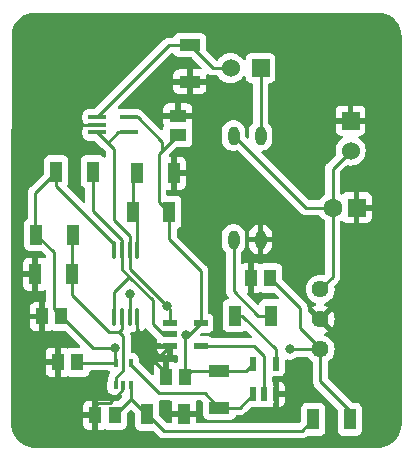
<source format=gbr>
%TF.GenerationSoftware,KiCad,Pcbnew,8.0.5*%
%TF.CreationDate,2024-10-12T23:00:00+02:00*%
%TF.ProjectId,SCS TSAL Green LED,53435320-5453-4414-9c20-477265656e20,rev?*%
%TF.SameCoordinates,Original*%
%TF.FileFunction,Copper,L1,Top*%
%TF.FilePolarity,Positive*%
%FSLAX46Y46*%
G04 Gerber Fmt 4.6, Leading zero omitted, Abs format (unit mm)*
G04 Created by KiCad (PCBNEW 8.0.5) date 2024-10-12 23:00:00*
%MOMM*%
%LPD*%
G01*
G04 APERTURE LIST*
G04 Aperture macros list*
%AMRoundRect*
0 Rectangle with rounded corners*
0 $1 Rounding radius*
0 $2 $3 $4 $5 $6 $7 $8 $9 X,Y pos of 4 corners*
0 Add a 4 corners polygon primitive as box body*
4,1,4,$2,$3,$4,$5,$6,$7,$8,$9,$2,$3,0*
0 Add four circle primitives for the rounded corners*
1,1,$1+$1,$2,$3*
1,1,$1+$1,$4,$5*
1,1,$1+$1,$6,$7*
1,1,$1+$1,$8,$9*
0 Add four rect primitives between the rounded corners*
20,1,$1+$1,$2,$3,$4,$5,0*
20,1,$1+$1,$4,$5,$6,$7,0*
20,1,$1+$1,$6,$7,$8,$9,0*
20,1,$1+$1,$8,$9,$2,$3,0*%
G04 Aperture macros list end*
%TA.AperFunction,SMDPad,CuDef*%
%ADD10R,1.070000X1.470000*%
%TD*%
%TA.AperFunction,SMDPad,CuDef*%
%ADD11RoundRect,0.100000X0.100000X-0.225000X0.100000X0.225000X-0.100000X0.225000X-0.100000X-0.225000X0*%
%TD*%
%TA.AperFunction,SMDPad,CuDef*%
%ADD12RoundRect,0.100000X-0.650000X-0.100000X0.650000X-0.100000X0.650000X0.100000X-0.650000X0.100000X0*%
%TD*%
%TA.AperFunction,ComponentPad*%
%ADD13R,1.530000X1.530000*%
%TD*%
%TA.AperFunction,ComponentPad*%
%ADD14C,1.530000*%
%TD*%
%TA.AperFunction,SMDPad,CuDef*%
%ADD15O,0.950000X1.600000*%
%TD*%
%TA.AperFunction,ComponentPad*%
%ADD16C,1.440000*%
%TD*%
%TA.AperFunction,SMDPad,CuDef*%
%ADD17R,1.470000X1.070000*%
%TD*%
%TA.AperFunction,SMDPad,CuDef*%
%ADD18R,1.050000X1.800000*%
%TD*%
%TA.AperFunction,ComponentPad*%
%ADD19R,1.600000X1.600000*%
%TD*%
%TA.AperFunction,ComponentPad*%
%ADD20C,1.600000*%
%TD*%
%TA.AperFunction,SMDPad,CuDef*%
%ADD21RoundRect,0.100000X0.100000X-0.637500X0.100000X0.637500X-0.100000X0.637500X-0.100000X-0.637500X0*%
%TD*%
%TA.AperFunction,SMDPad,CuDef*%
%ADD22R,1.800000X1.050000*%
%TD*%
%TA.AperFunction,SMDPad,CuDef*%
%ADD23R,0.600000X1.150000*%
%TD*%
%TA.AperFunction,SMDPad,CuDef*%
%ADD24R,1.150000X0.600000*%
%TD*%
%TA.AperFunction,ViaPad*%
%ADD25C,0.800000*%
%TD*%
%TA.AperFunction,Conductor*%
%ADD26C,0.250000*%
%TD*%
G04 APERTURE END LIST*
D10*
%TO.P,C2,1*%
%TO.N,GND*%
X90901478Y-70827361D03*
%TO.P,C2,2*%
%TO.N,+5V*%
X92541478Y-70827361D03*
%TD*%
%TO.P,C6,1*%
%TO.N,GND*%
X83713278Y-79183961D03*
%TO.P,C6,2*%
%TO.N,+5V*%
X85353278Y-79183961D03*
%TD*%
D11*
%TO.P,CP1,1,+*%
%TO.N,/0.75V*%
X79453278Y-79915561D03*
%TO.P,CP1,2,V-*%
%TO.N,GND*%
X80103278Y-79915561D03*
%TO.P,CP1,3,-*%
%TO.N,Net-(CP1--)*%
X80753278Y-79915561D03*
%TO.P,CP1,4*%
%TO.N,/Visible_check*%
X80753278Y-78015561D03*
%TO.P,CP1,5,V+*%
%TO.N,+5V*%
X79453278Y-78015561D03*
%TD*%
D12*
%TO.P,U1,1,+*%
%TO.N,/Raw_LED_On*%
X77894678Y-57197961D03*
%TO.P,U1,2,V-*%
%TO.N,GND*%
X77894678Y-57847961D03*
%TO.P,U1,3,-*%
%TO.N,/LED_On*%
X77894678Y-58497961D03*
%TO.P,U1,4*%
X80554678Y-58497961D03*
%TO.P,U1,5,V+*%
%TO.N,+5V*%
X80554678Y-57197961D03*
%TD*%
D13*
%TO.P,J2,1,1*%
%TO.N,GND*%
X99341478Y-57492361D03*
D14*
%TO.P,J2,2,2*%
%TO.N,+12V*%
X99341478Y-60032361D03*
%TD*%
D15*
%TO.P,K1,1,+_CONTROL*%
%TO.N,Net-(K1-+_CONTROL)*%
X89435478Y-67562361D03*
%TO.P,K1,2,-_CONTROL*%
%TO.N,GND*%
X91721478Y-67562361D03*
%TO.P,K1,3,LOAD_1*%
%TO.N,/LED_Power*%
X91721478Y-58762361D03*
%TO.P,K1,4,LOAD_2*%
%TO.N,+12V*%
X89435478Y-58762361D03*
%TD*%
D13*
%TO.P,J1,1,1*%
%TO.N,/LED_Power*%
X91721478Y-53047361D03*
D14*
%TO.P,J1,2,2*%
%TO.N,/Raw_LED_On*%
X89181478Y-53047361D03*
%TD*%
D16*
%TO.P,U3,1,+VIN*%
%TO.N,+12V*%
X96769478Y-71777861D03*
%TO.P,U3,2,GND*%
%TO.N,GND*%
X96769478Y-74317861D03*
%TO.P,U3,3,+VOUT*%
%TO.N,+5V*%
X96769478Y-76857861D03*
%TD*%
D17*
%TO.P,C4,1*%
%TO.N,GND*%
X84711078Y-57078761D03*
%TO.P,C4,2*%
%TO.N,+5V*%
X84711078Y-58718761D03*
%TD*%
D18*
%TO.P,R3,1*%
%TO.N,+5V*%
X74423478Y-61810361D03*
%TO.P,R3,2*%
%TO.N,/SCS_Compliance*%
X77523478Y-61810361D03*
%TD*%
%TO.P,R9,1*%
%TO.N,Net-(CP1--)*%
X82119678Y-82358961D03*
%TO.P,R9,2*%
%TO.N,GND*%
X85219678Y-82358961D03*
%TD*%
%TO.P,R4,1*%
%TO.N,/0.75V*%
X75821678Y-67144361D03*
%TO.P,R4,2*%
%TO.N,+5V*%
X72721678Y-67144361D03*
%TD*%
%TO.P,R10,1*%
%TO.N,+5V*%
X99291278Y-82790761D03*
%TO.P,R10,2*%
%TO.N,Net-(CP1--)*%
X96191278Y-82790761D03*
%TD*%
%TO.P,R5,1*%
%TO.N,GND*%
X72645478Y-70497161D03*
%TO.P,R5,2*%
%TO.N,/0.75V*%
X75745478Y-70497161D03*
%TD*%
D19*
%TO.P,C1,1*%
%TO.N,GND*%
X99849478Y-64858361D03*
D20*
%TO.P,C1,2*%
%TO.N,+12V*%
X97849478Y-64858361D03*
%TD*%
D21*
%TO.P,U2,1*%
%TO.N,/SCS_Compliance*%
X79341478Y-74147461D03*
%TO.P,U2,2,-*%
%TO.N,/0.75V*%
X79991478Y-74147461D03*
%TO.P,U2,3,+*%
%TO.N,/LED_On*%
X80641478Y-74147461D03*
%TO.P,U2,4,V-*%
%TO.N,GND*%
X81291478Y-74147461D03*
%TO.P,U2,5,+*%
%TO.N,/4.25V*%
X81291478Y-68422461D03*
%TO.P,U2,6,-*%
%TO.N,/LED_On*%
X80641478Y-68422461D03*
%TO.P,U2,7*%
%TO.N,/SCS_Compliance*%
X79991478Y-68422461D03*
%TO.P,U2,8,V+*%
%TO.N,+5V*%
X79341478Y-68422461D03*
%TD*%
D18*
%TO.P,R7,1*%
%TO.N,GND*%
X84381478Y-61937361D03*
%TO.P,R7,2*%
%TO.N,/4.25V*%
X81281478Y-61937361D03*
%TD*%
%TO.P,R6,1*%
%TO.N,/4.25V*%
X80900478Y-65239361D03*
%TO.P,R6,2*%
%TO.N,+5V*%
X84000478Y-65239361D03*
%TD*%
D22*
%TO.P,R2,1*%
%TO.N,/Raw_LED_On*%
X85727078Y-51090961D03*
%TO.P,R2,2*%
%TO.N,GND*%
X85727078Y-54190961D03*
%TD*%
%TO.P,R8,1*%
%TO.N,+5V*%
X88241678Y-78700761D03*
%TO.P,R8,2*%
%TO.N,/Visible_check*%
X88241678Y-81800761D03*
%TD*%
D10*
%TO.P,C3,1*%
%TO.N,GND*%
X73223078Y-74078561D03*
%TO.P,C3,2*%
%TO.N,+5V*%
X74863078Y-74078561D03*
%TD*%
%TO.P,C5,1*%
%TO.N,GND*%
X74569278Y-77964761D03*
%TO.P,C5,2*%
%TO.N,+5V*%
X76209278Y-77964761D03*
%TD*%
D18*
%TO.P,R1,1*%
%TO.N,Net-(K1-+_CONTROL)*%
X92636478Y-74002361D03*
%TO.P,R1,2*%
%TO.N,Net-(G2-Pad4)*%
X89536478Y-74002361D03*
%TD*%
D10*
%TO.P,C7,1*%
%TO.N,GND*%
X77744278Y-82435161D03*
%TO.P,C7,2*%
%TO.N,Net-(CP1--)*%
X79384278Y-82435161D03*
%TD*%
D23*
%TO.P,G2,1*%
%TO.N,/Visible_check*%
X91101678Y-80661761D03*
%TO.P,G2,2*%
%TO.N,Net-(G1-Pad4)*%
X92051678Y-80661761D03*
%TO.P,G2,3,GND*%
%TO.N,GND*%
X93001678Y-80661761D03*
%TO.P,G2,4*%
%TO.N,Net-(G2-Pad4)*%
X93001678Y-78061761D03*
%TO.P,G2,5,VCC*%
%TO.N,+5V*%
X91101678Y-78061761D03*
%TD*%
D24*
%TO.P,G1,1*%
%TO.N,/LED_On*%
X84041478Y-74642361D03*
%TO.P,G1,2*%
%TO.N,/SCS_Compliance*%
X84041478Y-75592361D03*
%TO.P,G1,3,GND*%
%TO.N,GND*%
X84041478Y-76542361D03*
%TO.P,G1,4*%
%TO.N,Net-(G1-Pad4)*%
X86641478Y-76542361D03*
%TO.P,G1,5,VCC*%
%TO.N,+5V*%
X86641478Y-74642361D03*
%TD*%
D25*
%TO.N,+5V*%
X94185278Y-76847161D03*
X85422278Y-75653361D03*
X79377078Y-76745561D03*
%TO.N,/LED_On*%
X80647078Y-72198961D03*
X83769376Y-73216863D03*
%TO.N,GND*%
X77827678Y-79641161D03*
X82425078Y-77583761D03*
%TD*%
D26*
%TO.N,+5V*%
X83398920Y-59292204D02*
X83398920Y-60030920D01*
X81304677Y-57197961D02*
X83398920Y-59292204D01*
X80554678Y-57197961D02*
X81304677Y-57197961D01*
%TO.N,/Raw_LED_On*%
X77894678Y-57197961D02*
X84001678Y-51090961D01*
%TO.N,GND*%
X77894678Y-57847961D02*
X76264039Y-57847961D01*
%TO.N,/LED_On*%
X79678039Y-58497961D02*
X80554678Y-58497961D01*
X78786359Y-59389641D02*
X79678039Y-58497961D01*
X78786359Y-59389641D02*
X77894678Y-58497961D01*
X79275478Y-59878761D02*
X78786359Y-59389641D01*
X79275478Y-65874361D02*
X79275478Y-59878761D01*
X80641478Y-67240361D02*
X79275478Y-65874361D01*
X80641478Y-68422461D02*
X80641478Y-67240361D01*
%TO.N,+5V*%
X84000478Y-65239361D02*
X84000478Y-67551361D01*
X85422278Y-75653361D02*
X85630478Y-75653361D01*
X88063278Y-78879161D02*
X88241678Y-78700761D01*
X72721678Y-67144361D02*
X72645478Y-67068161D01*
X83111478Y-60318361D02*
X84711078Y-58718761D01*
X90462678Y-78700761D02*
X91101678Y-78061761D01*
X85422278Y-75653361D02*
X85607278Y-75838361D01*
X96769478Y-76857861D02*
X96769478Y-79557761D01*
X72645478Y-67068161D02*
X72645478Y-63588361D01*
X96769478Y-79557761D02*
X99342078Y-82130361D01*
X74195478Y-73410961D02*
X74863078Y-74078561D01*
X95074278Y-75069161D02*
X95074278Y-73360161D01*
X85422278Y-75653361D02*
X85353278Y-75722361D01*
X79316478Y-67921961D02*
X79316478Y-68345861D01*
X85630478Y-75653361D02*
X86641478Y-74642361D01*
X74423478Y-61810361D02*
X74423478Y-63028961D01*
X72645478Y-63588361D02*
X74423478Y-61810361D01*
X85353278Y-75722361D02*
X85353278Y-79183961D01*
X79377078Y-77939361D02*
X79453278Y-78015561D01*
X88241678Y-78700761D02*
X90462678Y-78700761D01*
X88241678Y-78700761D02*
X85836478Y-78700761D01*
X94195978Y-76857861D02*
X96769478Y-76857861D01*
X96769478Y-76764361D02*
X95074278Y-75069161D01*
X79453278Y-78015561D02*
X76260078Y-78015561D01*
X79377078Y-76745561D02*
X77530078Y-76745561D01*
X72721678Y-67144361D02*
X74195478Y-68618161D01*
X86641478Y-70192361D02*
X86641478Y-74642361D01*
X74195478Y-68618161D02*
X74195478Y-73410961D01*
X84000478Y-65239361D02*
X83111478Y-64350361D01*
X76260078Y-78015561D02*
X76209278Y-77964761D01*
X79377078Y-76745561D02*
X79377078Y-77939361D01*
X83111478Y-60286961D02*
X83111478Y-60318361D01*
X77530078Y-76745561D02*
X74863078Y-74078561D01*
X74423478Y-63028961D02*
X79316478Y-67921961D01*
X95074278Y-73360161D02*
X92541478Y-70827361D01*
X96769478Y-76857861D02*
X96769478Y-76764361D01*
X83111478Y-64350361D02*
X83111478Y-60318361D01*
X85836478Y-78700761D02*
X85353278Y-79183961D01*
X84000478Y-67551361D02*
X86641478Y-70192361D01*
X94185278Y-76847161D02*
X94195978Y-76857861D01*
%TO.N,/LED_On*%
X77894678Y-58497961D02*
X77894678Y-58499161D01*
X80641478Y-70088965D02*
X80641478Y-68422461D01*
X80647078Y-72198961D02*
X80641478Y-72204561D01*
X84041478Y-73488965D02*
X84041478Y-74642361D01*
X83769376Y-73216863D02*
X84041478Y-73488965D01*
X80641478Y-72204561D02*
X80641478Y-74147461D01*
X83769376Y-73216863D02*
X80641478Y-70088965D01*
%TO.N,GND*%
X83713278Y-79183961D02*
X83713278Y-78871961D01*
X83000078Y-77583761D02*
X84041478Y-76542361D01*
X82425078Y-77583761D02*
X83000078Y-77583761D01*
X82425078Y-77583761D02*
X82425078Y-76974161D01*
X83713278Y-78871961D02*
X82425078Y-77583761D01*
X81291478Y-75840561D02*
X81291478Y-74147461D01*
X78030878Y-81368361D02*
X77744278Y-81654961D01*
X78975477Y-81368361D02*
X78030878Y-81368361D01*
X80103278Y-80240560D02*
X78975477Y-81368361D01*
X80103278Y-79915561D02*
X80103278Y-80240560D01*
X84041478Y-78855761D02*
X83713278Y-79183961D01*
X77744278Y-81654961D02*
X77744278Y-82435161D01*
X82425078Y-76974161D02*
X81291478Y-75840561D01*
%TO.N,Net-(CP1--)*%
X82119678Y-82358961D02*
X83516678Y-83755961D01*
X82119678Y-82358961D02*
X82046078Y-82358961D01*
X82046078Y-82358961D02*
X80753278Y-81066161D01*
X80753278Y-81066161D02*
X80753278Y-79915561D01*
X95226078Y-83755961D02*
X96191278Y-82790761D01*
X79384278Y-82435161D02*
X80753278Y-81066161D01*
X83516678Y-83755961D02*
X95226078Y-83755961D01*
%TO.N,+12V*%
X96769478Y-71777861D02*
X97817478Y-70729861D01*
X97817478Y-61556361D02*
X99341478Y-60032361D01*
X97849478Y-64858361D02*
X97817478Y-64826361D01*
X97817478Y-64890361D02*
X97849478Y-64858361D01*
X97817478Y-64826361D02*
X97817478Y-61556361D01*
X95531478Y-64858361D02*
X97849478Y-64858361D01*
X97817478Y-70729861D02*
X97817478Y-64890361D01*
X89435478Y-58762361D02*
X95531478Y-64858361D01*
%TO.N,/Visible_check*%
X80753278Y-78015561D02*
X80753278Y-78197961D01*
X88241678Y-81800761D02*
X89962678Y-81800761D01*
X83110878Y-80555561D02*
X86996478Y-80555561D01*
X80753278Y-78197961D02*
X83110878Y-80555561D01*
X86996478Y-80555561D02*
X88241678Y-81800761D01*
X89962678Y-81800761D02*
X91101678Y-80661761D01*
%TO.N,/Raw_LED_On*%
X89181478Y-53047361D02*
X87683478Y-53047361D01*
X87683478Y-53047361D02*
X85727078Y-51090961D01*
X85727078Y-51090961D02*
X84001678Y-51090961D01*
%TO.N,/LED_Power*%
X91721478Y-53047361D02*
X91721478Y-58762361D01*
%TO.N,Net-(K1-+_CONTROL)*%
X92636478Y-74002361D02*
X91504778Y-74002361D01*
X89435478Y-71933061D02*
X89435478Y-67562361D01*
X91504778Y-74002361D02*
X89435478Y-71933061D01*
%TO.N,/0.75V*%
X79758078Y-75399361D02*
X79991478Y-75165961D01*
X75745478Y-72224961D02*
X78919878Y-75399361D01*
X75745478Y-70497161D02*
X75745478Y-72224961D01*
X80102078Y-78611361D02*
X80102078Y-75743361D01*
X78919878Y-75399361D02*
X79758078Y-75399361D01*
X75745478Y-67220561D02*
X75745478Y-70497161D01*
X79991478Y-75165961D02*
X79991478Y-74147461D01*
X75821678Y-67144361D02*
X75745478Y-67220561D01*
X79453278Y-79915561D02*
X79453278Y-79260161D01*
X79453278Y-79260161D02*
X80102078Y-78611361D01*
X80102078Y-75743361D02*
X79758078Y-75399361D01*
%TO.N,/4.25V*%
X80900478Y-62318361D02*
X80900478Y-65239361D01*
X81291478Y-65630361D02*
X81291478Y-68422461D01*
X80900478Y-65239361D02*
X81291478Y-65630361D01*
X81281478Y-61937361D02*
X80900478Y-62318361D01*
%TO.N,Net-(G1-Pad4)*%
X86641478Y-76542361D02*
X91188078Y-76542361D01*
X91188078Y-76542361D02*
X92051678Y-77405961D01*
X92051678Y-77405961D02*
X92051678Y-80661761D01*
%TO.N,/SCS_Compliance*%
X79966478Y-70070561D02*
X80596278Y-70700361D01*
X82577478Y-72661361D02*
X82577478Y-74719955D01*
X83449884Y-75592361D02*
X84041478Y-75592361D01*
X82577478Y-74719955D02*
X83449884Y-75592361D01*
X77523478Y-61810361D02*
X77523478Y-65165362D01*
X80596278Y-70700361D02*
X80616478Y-70700361D01*
X79341478Y-71975361D02*
X79341478Y-74147461D01*
X80616478Y-70700361D02*
X79341478Y-71975361D01*
X80616478Y-70700361D02*
X82577478Y-72661361D01*
X77523478Y-65165362D02*
X79966478Y-67608362D01*
X79966478Y-67608362D02*
X79966478Y-70070561D01*
%TO.N,Net-(G2-Pad4)*%
X90146678Y-74002361D02*
X89536478Y-74002361D01*
X93001678Y-78061761D02*
X93001678Y-76857361D01*
X93001678Y-76857361D02*
X90146678Y-74002361D01*
%TD*%
%TA.AperFunction,Conductor*%
%TO.N,GND*%
G36*
X81456196Y-75072631D02*
G01*
X81488949Y-75134348D01*
X81491478Y-75159263D01*
X81491478Y-75376971D01*
X81491479Y-75376972D01*
X81548105Y-75369518D01*
X81548111Y-75369516D01*
X81694063Y-75309061D01*
X81819404Y-75212884D01*
X81893215Y-75116692D01*
X81949643Y-75075489D01*
X82019389Y-75071334D01*
X82080309Y-75105546D01*
X82087387Y-75114282D01*
X82087756Y-75113980D01*
X82091617Y-75118684D01*
X82091620Y-75118688D01*
X82178745Y-75205813D01*
X82178747Y-75205814D01*
X82185813Y-75212880D01*
X82185812Y-75212880D01*
X82185816Y-75212883D01*
X82953080Y-75980148D01*
X82981543Y-76024393D01*
X82981635Y-76024639D01*
X82986680Y-76094326D01*
X82981674Y-76111405D01*
X82972880Y-76134984D01*
X82972879Y-76134985D01*
X82966478Y-76194516D01*
X82966478Y-76292361D01*
X83124371Y-76292361D01*
X83191410Y-76312046D01*
X83198682Y-76317094D01*
X83224146Y-76336156D01*
X83224149Y-76336158D01*
X83358995Y-76386452D01*
X83358994Y-76386452D01*
X83365922Y-76387196D01*
X83418605Y-76392861D01*
X84167479Y-76392860D01*
X84234517Y-76412544D01*
X84280272Y-76465348D01*
X84291478Y-76516860D01*
X84291478Y-77342361D01*
X84603778Y-77342361D01*
X84670817Y-77362046D01*
X84716572Y-77414850D01*
X84727778Y-77466361D01*
X84727778Y-77862440D01*
X84708093Y-77929479D01*
X84655289Y-77975234D01*
X84647110Y-77978622D01*
X84575895Y-78005183D01*
X84506204Y-78010167D01*
X84489230Y-78005183D01*
X84355658Y-77955364D01*
X84355650Y-77955362D01*
X84296122Y-77948961D01*
X83963278Y-77948961D01*
X83963278Y-79309961D01*
X83943593Y-79377000D01*
X83890789Y-79422755D01*
X83839278Y-79433961D01*
X83587278Y-79433961D01*
X83520239Y-79414276D01*
X83474484Y-79361472D01*
X83463278Y-79309961D01*
X83463278Y-77948961D01*
X83130433Y-77948961D01*
X83070905Y-77955362D01*
X83070898Y-77955364D01*
X82936191Y-78005606D01*
X82936184Y-78005610D01*
X82821090Y-78091770D01*
X82821087Y-78091773D01*
X82734927Y-78206867D01*
X82734923Y-78206874D01*
X82684681Y-78341581D01*
X82684679Y-78341588D01*
X82678278Y-78401116D01*
X82678278Y-78939009D01*
X82658593Y-79006048D01*
X82605789Y-79051803D01*
X82536631Y-79061747D01*
X82473075Y-79032722D01*
X82466597Y-79026690D01*
X81490096Y-78050189D01*
X81456611Y-77988866D01*
X81453777Y-77962508D01*
X81453777Y-77751197D01*
X81438324Y-77633807D01*
X81438322Y-77633802D01*
X81438322Y-77633799D01*
X81377814Y-77487720D01*
X81281560Y-77362279D01*
X81156119Y-77266025D01*
X81010040Y-77205517D01*
X81010038Y-77205516D01*
X80892648Y-77190062D01*
X80892645Y-77190061D01*
X80892639Y-77190061D01*
X80892632Y-77190061D01*
X80851578Y-77190061D01*
X80784539Y-77170376D01*
X80738784Y-77117572D01*
X80727578Y-77066061D01*
X80727578Y-76890205D01*
X82966478Y-76890205D01*
X82972879Y-76949733D01*
X82972881Y-76949740D01*
X83023123Y-77084447D01*
X83023127Y-77084454D01*
X83109287Y-77199548D01*
X83109290Y-77199551D01*
X83224384Y-77285711D01*
X83224391Y-77285715D01*
X83359098Y-77335957D01*
X83359105Y-77335959D01*
X83418633Y-77342360D01*
X83418650Y-77342361D01*
X83791478Y-77342361D01*
X83791478Y-76792361D01*
X82966478Y-76792361D01*
X82966478Y-76890205D01*
X80727578Y-76890205D01*
X80727578Y-75681754D01*
X80721522Y-75651312D01*
X80717820Y-75632699D01*
X80703541Y-75560909D01*
X80700464Y-75553482D01*
X80692995Y-75484016D01*
X80724268Y-75421536D01*
X80784356Y-75385882D01*
X80798841Y-75383090D01*
X80898240Y-75370005D01*
X80919678Y-75361124D01*
X80989146Y-75353655D01*
X81014584Y-75361124D01*
X81034843Y-75369515D01*
X81034855Y-75369519D01*
X81091476Y-75376972D01*
X81091478Y-75376971D01*
X81091478Y-75334460D01*
X81111163Y-75267421D01*
X81139990Y-75236086D01*
X81169760Y-75213243D01*
X81266014Y-75087802D01*
X81266014Y-75087800D01*
X81269102Y-75083777D01*
X81325530Y-75042574D01*
X81395276Y-75038419D01*
X81456196Y-75072631D01*
G37*
%TD.AperFunction*%
%TA.AperFunction,Conductor*%
G36*
X84306050Y-51773692D02*
G01*
X84361983Y-51815564D01*
X84378897Y-51846537D01*
X84383281Y-51858290D01*
X84383284Y-51858296D01*
X84469530Y-51973505D01*
X84469533Y-51973508D01*
X84584742Y-52059754D01*
X84584749Y-52059758D01*
X84719595Y-52110052D01*
X84719594Y-52110052D01*
X84726522Y-52110796D01*
X84779205Y-52116461D01*
X85816624Y-52116460D01*
X85883663Y-52136144D01*
X85904305Y-52152779D01*
X86705806Y-52954280D01*
X86739291Y-53015603D01*
X86734307Y-53085295D01*
X86692435Y-53141228D01*
X86626971Y-53165645D01*
X86618125Y-53165961D01*
X85977078Y-53165961D01*
X85977078Y-53940961D01*
X87127078Y-53940961D01*
X87127078Y-53659856D01*
X87146763Y-53592817D01*
X87199567Y-53547062D01*
X87268725Y-53537118D01*
X87319966Y-53556753D01*
X87387192Y-53601672D01*
X87501026Y-53648824D01*
X87621866Y-53672860D01*
X87621870Y-53672861D01*
X87621871Y-53672861D01*
X87621872Y-53672861D01*
X88010017Y-53672861D01*
X88077056Y-53692546D01*
X88111590Y-53725735D01*
X88208346Y-53863916D01*
X88364923Y-54020493D01*
X88546311Y-54147503D01*
X88667050Y-54203804D01*
X88746991Y-54241081D01*
X88746993Y-54241081D01*
X88746998Y-54241084D01*
X88960887Y-54298396D01*
X89118452Y-54312181D01*
X89181476Y-54317695D01*
X89181478Y-54317695D01*
X89181480Y-54317695D01*
X89236754Y-54312859D01*
X89402069Y-54298396D01*
X89615958Y-54241084D01*
X89816645Y-54147503D01*
X89998033Y-54020493D01*
X90154610Y-53863916D01*
X90230406Y-53755668D01*
X90284979Y-53712046D01*
X90354478Y-53704852D01*
X90416833Y-53736374D01*
X90452247Y-53796604D01*
X90455978Y-53826791D01*
X90455978Y-53860229D01*
X90455979Y-53860237D01*
X90462386Y-53919844D01*
X90512680Y-54054689D01*
X90512684Y-54054696D01*
X90598930Y-54169905D01*
X90598933Y-54169908D01*
X90714142Y-54256154D01*
X90714149Y-54256158D01*
X90759096Y-54272922D01*
X90848995Y-54306452D01*
X90908605Y-54312861D01*
X90971978Y-54312860D01*
X91039016Y-54332544D01*
X91084772Y-54385347D01*
X91095978Y-54436860D01*
X91095978Y-57631933D01*
X91076293Y-57698972D01*
X91059659Y-57719614D01*
X90963760Y-57815512D01*
X90963757Y-57815516D01*
X90856999Y-57975290D01*
X90856998Y-57975292D01*
X90783467Y-58152813D01*
X90783464Y-58152825D01*
X90745978Y-58341278D01*
X90745978Y-58888909D01*
X90726293Y-58955948D01*
X90673489Y-59001703D01*
X90604331Y-59011647D01*
X90540775Y-58982622D01*
X90534297Y-58976590D01*
X90447297Y-58889590D01*
X90413812Y-58828267D01*
X90410978Y-58801909D01*
X90410978Y-58341280D01*
X90410977Y-58341278D01*
X90391070Y-58241199D01*
X90373490Y-58152818D01*
X90361908Y-58124856D01*
X90299957Y-57975292D01*
X90299956Y-57975290D01*
X90277331Y-57941430D01*
X90193198Y-57815516D01*
X90193195Y-57815512D01*
X90057326Y-57679643D01*
X90057322Y-57679640D01*
X89897548Y-57572882D01*
X89897546Y-57572881D01*
X89720025Y-57499350D01*
X89720013Y-57499347D01*
X89531559Y-57461861D01*
X89531556Y-57461861D01*
X89339400Y-57461861D01*
X89339397Y-57461861D01*
X89150942Y-57499347D01*
X89150930Y-57499350D01*
X88973409Y-57572881D01*
X88973407Y-57572882D01*
X88813633Y-57679640D01*
X88813629Y-57679643D01*
X88677760Y-57815512D01*
X88677757Y-57815516D01*
X88570999Y-57975290D01*
X88570998Y-57975292D01*
X88497467Y-58152813D01*
X88497464Y-58152825D01*
X88459978Y-58341278D01*
X88459978Y-59183443D01*
X88497464Y-59371896D01*
X88497467Y-59371908D01*
X88570998Y-59549429D01*
X88570999Y-59549431D01*
X88677757Y-59709205D01*
X88677760Y-59709209D01*
X88813629Y-59845078D01*
X88813633Y-59845081D01*
X88973405Y-59951838D01*
X88973406Y-59951838D01*
X88973407Y-59951839D01*
X88973409Y-59951840D01*
X89067149Y-59990668D01*
X89150935Y-60025373D01*
X89305295Y-60056077D01*
X89339395Y-60062860D01*
X89339398Y-60062861D01*
X89339400Y-60062861D01*
X89531558Y-60062861D01*
X89531559Y-60062860D01*
X89720021Y-60025373D01*
X89720028Y-60025369D01*
X89720917Y-60025101D01*
X89721413Y-60025096D01*
X89725996Y-60024185D01*
X89726168Y-60025053D01*
X89790784Y-60024471D01*
X89844604Y-60056077D01*
X95042494Y-65253967D01*
X95042523Y-65253998D01*
X95132742Y-65344217D01*
X95132745Y-65344219D01*
X95180635Y-65376218D01*
X95235193Y-65412673D01*
X95301874Y-65440292D01*
X95301876Y-65440294D01*
X95342118Y-65456962D01*
X95349026Y-65459824D01*
X95409449Y-65471842D01*
X95469871Y-65483861D01*
X95469872Y-65483861D01*
X96635290Y-65483861D01*
X96702329Y-65503546D01*
X96736865Y-65536738D01*
X96849432Y-65697502D01*
X97010335Y-65858405D01*
X97010338Y-65858407D01*
X97010339Y-65858408D01*
X97139101Y-65948567D01*
X97182726Y-66003142D01*
X97191978Y-66050141D01*
X97191978Y-70419407D01*
X97172293Y-70486446D01*
X97155658Y-70507089D01*
X97118978Y-70543768D01*
X97057654Y-70577253D01*
X96999209Y-70575862D01*
X96982232Y-70571313D01*
X96982219Y-70571311D01*
X96769480Y-70552699D01*
X96769476Y-70552699D01*
X96556736Y-70571311D01*
X96556725Y-70571313D01*
X96350455Y-70626582D01*
X96350446Y-70626586D01*
X96156899Y-70716838D01*
X95981956Y-70839333D01*
X95830950Y-70990339D01*
X95708455Y-71165282D01*
X95618203Y-71358829D01*
X95618199Y-71358838D01*
X95562930Y-71565108D01*
X95562928Y-71565119D01*
X95544316Y-71777859D01*
X95544316Y-71777862D01*
X95562928Y-71990602D01*
X95562930Y-71990613D01*
X95618199Y-72196883D01*
X95618201Y-72196887D01*
X95618202Y-72196891D01*
X95633336Y-72229346D01*
X95708455Y-72390439D01*
X95708456Y-72390441D01*
X95708457Y-72390442D01*
X95720339Y-72407411D01*
X95830950Y-72565382D01*
X95981956Y-72716388D01*
X95986488Y-72719561D01*
X96156897Y-72838882D01*
X96156899Y-72838883D01*
X96156898Y-72838883D01*
X96202253Y-72860032D01*
X96350448Y-72929137D01*
X96350461Y-72929140D01*
X96355542Y-72930991D01*
X96354868Y-72932839D01*
X96407158Y-72964718D01*
X96437682Y-73027568D01*
X96429381Y-73096943D01*
X96384891Y-73150817D01*
X96355382Y-73164293D01*
X96355714Y-73165203D01*
X96350618Y-73167058D01*
X96157149Y-73257273D01*
X96157147Y-73257274D01*
X96101447Y-73296276D01*
X96101446Y-73296276D01*
X96664563Y-73859392D01*
X96588065Y-73879890D01*
X96480891Y-73941767D01*
X96393384Y-74029274D01*
X96331507Y-74136448D01*
X96311009Y-74212945D01*
X95736097Y-73638033D01*
X95702612Y-73576710D01*
X95699778Y-73550352D01*
X95699778Y-73298557D01*
X95699778Y-73298555D01*
X95675741Y-73177709D01*
X95661930Y-73144368D01*
X95628590Y-73063875D01*
X95587929Y-73003023D01*
X95560136Y-72961428D01*
X95560134Y-72961425D01*
X95469915Y-72871206D01*
X95469884Y-72871177D01*
X93613296Y-71014589D01*
X93579811Y-70953266D01*
X93576977Y-70926908D01*
X93576977Y-70044490D01*
X93576976Y-70044484D01*
X93570569Y-69984877D01*
X93520275Y-69850032D01*
X93520271Y-69850025D01*
X93434025Y-69734816D01*
X93434022Y-69734813D01*
X93318813Y-69648567D01*
X93318806Y-69648563D01*
X93183960Y-69598269D01*
X93183961Y-69598269D01*
X93124361Y-69591862D01*
X93124359Y-69591861D01*
X93124351Y-69591861D01*
X93124342Y-69591861D01*
X91958607Y-69591861D01*
X91958601Y-69591862D01*
X91898993Y-69598270D01*
X91764095Y-69648583D01*
X91694404Y-69653567D01*
X91677430Y-69648583D01*
X91543858Y-69598764D01*
X91543850Y-69598762D01*
X91484322Y-69592361D01*
X91151478Y-69592361D01*
X91151478Y-72062361D01*
X91484306Y-72062361D01*
X91484322Y-72062360D01*
X91543850Y-72055959D01*
X91543854Y-72055958D01*
X91677429Y-72006137D01*
X91747120Y-72001153D01*
X91764097Y-72006137D01*
X91764143Y-72006154D01*
X91764147Y-72006157D01*
X91898995Y-72056452D01*
X91958605Y-72062861D01*
X92841025Y-72062860D01*
X92908064Y-72082544D01*
X92928706Y-72099179D01*
X93219707Y-72390180D01*
X93253192Y-72451503D01*
X93248208Y-72521195D01*
X93206336Y-72577128D01*
X93140872Y-72601545D01*
X93132026Y-72601861D01*
X92063607Y-72601861D01*
X92063601Y-72601862D01*
X92003994Y-72608269D01*
X91869149Y-72658563D01*
X91869142Y-72658567D01*
X91753933Y-72744813D01*
X91753930Y-72744816D01*
X91667684Y-72860025D01*
X91667680Y-72860032D01*
X91620839Y-72985621D01*
X91578968Y-73041555D01*
X91513503Y-73065972D01*
X91445230Y-73051120D01*
X91416976Y-73029969D01*
X90638104Y-72251097D01*
X90604619Y-72189774D01*
X90609603Y-72120082D01*
X90638104Y-72075735D01*
X90651478Y-72062361D01*
X90651478Y-69592361D01*
X90318633Y-69592361D01*
X90259105Y-69598762D01*
X90259097Y-69598764D01*
X90228311Y-69610247D01*
X90158619Y-69615231D01*
X90097296Y-69581746D01*
X90063812Y-69520422D01*
X90060978Y-69494065D01*
X90060978Y-68692788D01*
X90080663Y-68625749D01*
X90097292Y-68605111D01*
X90193198Y-68509206D01*
X90299955Y-68349434D01*
X90373490Y-68171904D01*
X90410978Y-67983439D01*
X90410978Y-67983394D01*
X90746478Y-67983394D01*
X90783944Y-68171750D01*
X90783946Y-68171758D01*
X90857442Y-68349194D01*
X90857447Y-68349203D01*
X90964145Y-68508887D01*
X90964148Y-68508891D01*
X91099947Y-68644690D01*
X91099951Y-68644693D01*
X91259635Y-68751391D01*
X91259645Y-68751396D01*
X91437077Y-68824891D01*
X91437084Y-68824894D01*
X91471478Y-68831734D01*
X91471478Y-68831733D01*
X91971478Y-68831733D01*
X92005871Y-68824894D01*
X92005878Y-68824891D01*
X92183310Y-68751396D01*
X92183320Y-68751391D01*
X92343004Y-68644693D01*
X92343008Y-68644690D01*
X92478807Y-68508891D01*
X92478810Y-68508887D01*
X92585508Y-68349203D01*
X92585513Y-68349194D01*
X92659009Y-68171758D01*
X92659011Y-68171750D01*
X92696477Y-67983394D01*
X92696478Y-67983391D01*
X92696478Y-67812361D01*
X91971478Y-67812361D01*
X91971478Y-68831733D01*
X91471478Y-68831733D01*
X91471478Y-67812361D01*
X90746478Y-67812361D01*
X90746478Y-67983394D01*
X90410978Y-67983394D01*
X90410978Y-67141327D01*
X90746478Y-67141327D01*
X90746478Y-67312361D01*
X91471478Y-67312361D01*
X91971478Y-67312361D01*
X92696478Y-67312361D01*
X92696478Y-67141331D01*
X92696477Y-67141327D01*
X92659011Y-66952971D01*
X92659009Y-66952963D01*
X92585513Y-66775527D01*
X92585508Y-66775518D01*
X92478810Y-66615834D01*
X92478807Y-66615830D01*
X92343008Y-66480031D01*
X92343004Y-66480028D01*
X92183320Y-66373330D01*
X92183311Y-66373325D01*
X92005875Y-66299829D01*
X92005867Y-66299827D01*
X91971478Y-66292986D01*
X91971478Y-67312361D01*
X91471478Y-67312361D01*
X91471478Y-66292986D01*
X91437088Y-66299827D01*
X91437080Y-66299829D01*
X91259644Y-66373325D01*
X91259635Y-66373330D01*
X91099951Y-66480028D01*
X91099947Y-66480031D01*
X90964148Y-66615830D01*
X90964145Y-66615834D01*
X90857447Y-66775518D01*
X90857442Y-66775527D01*
X90783946Y-66952963D01*
X90783944Y-66952971D01*
X90746478Y-67141327D01*
X90410978Y-67141327D01*
X90410978Y-67141283D01*
X90410978Y-67141280D01*
X90410977Y-67141278D01*
X90373520Y-66952971D01*
X90373490Y-66952818D01*
X90300054Y-66775527D01*
X90299957Y-66775292D01*
X90299956Y-66775290D01*
X90258537Y-66713303D01*
X90193198Y-66615516D01*
X90193195Y-66615512D01*
X90057326Y-66479643D01*
X90057322Y-66479640D01*
X89897548Y-66372882D01*
X89897546Y-66372881D01*
X89720025Y-66299350D01*
X89720013Y-66299347D01*
X89531559Y-66261861D01*
X89531556Y-66261861D01*
X89339400Y-66261861D01*
X89339397Y-66261861D01*
X89150942Y-66299347D01*
X89150930Y-66299350D01*
X88973409Y-66372881D01*
X88973407Y-66372882D01*
X88813633Y-66479640D01*
X88813629Y-66479643D01*
X88677760Y-66615512D01*
X88677757Y-66615516D01*
X88570999Y-66775290D01*
X88570998Y-66775292D01*
X88497467Y-66952813D01*
X88497464Y-66952825D01*
X88459978Y-67141278D01*
X88459978Y-67983443D01*
X88497464Y-68171896D01*
X88497467Y-68171908D01*
X88570998Y-68349429D01*
X88570999Y-68349431D01*
X88677756Y-68509204D01*
X88677757Y-68509205D01*
X88677758Y-68509206D01*
X88773660Y-68605108D01*
X88807144Y-68666429D01*
X88809978Y-68692788D01*
X88809978Y-71994672D01*
X88834013Y-72115505D01*
X88834018Y-72115522D01*
X88881163Y-72229342D01*
X88881165Y-72229346D01*
X88904133Y-72263718D01*
X88904134Y-72263720D01*
X88949619Y-72331793D01*
X88949622Y-72331797D01*
X89011561Y-72393736D01*
X89045046Y-72455059D01*
X89040062Y-72524751D01*
X88998190Y-72580684D01*
X88937135Y-72604706D01*
X88903998Y-72608268D01*
X88769149Y-72658563D01*
X88769142Y-72658567D01*
X88653933Y-72744813D01*
X88653930Y-72744816D01*
X88567684Y-72860025D01*
X88567680Y-72860032D01*
X88517386Y-72994878D01*
X88510979Y-73054477D01*
X88510978Y-73054496D01*
X88510978Y-74950231D01*
X88510979Y-74950237D01*
X88517386Y-75009844D01*
X88567680Y-75144689D01*
X88567684Y-75144696D01*
X88653930Y-75259905D01*
X88653933Y-75259908D01*
X88769142Y-75346154D01*
X88769149Y-75346158D01*
X88903995Y-75396452D01*
X88903994Y-75396452D01*
X88910922Y-75397196D01*
X88963605Y-75402861D01*
X90109350Y-75402860D01*
X90168961Y-75396452D01*
X90303809Y-75346157D01*
X90346685Y-75314060D01*
X90390546Y-75281226D01*
X90456010Y-75256808D01*
X90524283Y-75271659D01*
X90552538Y-75292811D01*
X90964906Y-75705180D01*
X90998391Y-75766503D01*
X90993407Y-75836195D01*
X90951535Y-75892128D01*
X90886071Y-75916545D01*
X90877225Y-75916861D01*
X87657432Y-75916861D01*
X87590393Y-75897176D01*
X87581320Y-75889865D01*
X87581123Y-75890129D01*
X87458813Y-75798567D01*
X87458806Y-75798563D01*
X87323960Y-75748269D01*
X87323961Y-75748269D01*
X87264361Y-75741862D01*
X87264359Y-75741861D01*
X87264351Y-75741861D01*
X87264343Y-75741861D01*
X86725929Y-75741861D01*
X86658890Y-75722176D01*
X86613135Y-75669372D01*
X86603191Y-75600214D01*
X86632216Y-75536658D01*
X86638248Y-75530180D01*
X86689249Y-75479179D01*
X86750572Y-75445694D01*
X86776930Y-75442860D01*
X87264349Y-75442860D01*
X87264350Y-75442860D01*
X87323961Y-75436452D01*
X87458809Y-75386157D01*
X87574024Y-75299907D01*
X87660274Y-75184692D01*
X87710569Y-75049844D01*
X87716978Y-74990234D01*
X87716977Y-74294489D01*
X87710569Y-74234878D01*
X87660274Y-74100030D01*
X87660273Y-74100029D01*
X87660271Y-74100025D01*
X87574025Y-73984816D01*
X87574022Y-73984813D01*
X87458813Y-73898567D01*
X87458807Y-73898564D01*
X87347644Y-73857102D01*
X87291711Y-73815230D01*
X87267294Y-73749766D01*
X87266978Y-73740920D01*
X87266978Y-70130756D01*
X87266978Y-70130755D01*
X87260641Y-70098898D01*
X87242941Y-70009910D01*
X87242938Y-70009904D01*
X87242937Y-70009899D01*
X87195792Y-69896079D01*
X87195790Y-69896076D01*
X87195790Y-69896075D01*
X87161562Y-69844851D01*
X87127336Y-69793628D01*
X87127334Y-69793625D01*
X87037115Y-69703406D01*
X87037084Y-69703377D01*
X84662297Y-67328590D01*
X84628812Y-67267267D01*
X84625978Y-67240909D01*
X84625978Y-66722151D01*
X84645663Y-66655112D01*
X84698467Y-66609357D01*
X84706624Y-66605977D01*
X84767809Y-66583157D01*
X84883024Y-66496907D01*
X84969274Y-66381692D01*
X85019569Y-66246844D01*
X85025978Y-66187234D01*
X85025977Y-64291489D01*
X85019569Y-64231878D01*
X84969274Y-64097030D01*
X84969273Y-64097029D01*
X84969271Y-64097025D01*
X84883025Y-63981816D01*
X84883022Y-63981813D01*
X84767813Y-63895567D01*
X84767806Y-63895563D01*
X84632960Y-63845269D01*
X84632961Y-63845269D01*
X84573361Y-63838862D01*
X84573359Y-63838861D01*
X84573351Y-63838861D01*
X84573343Y-63838861D01*
X83860978Y-63838861D01*
X83793939Y-63819176D01*
X83748184Y-63766372D01*
X83736978Y-63714861D01*
X83736978Y-63461361D01*
X83756663Y-63394322D01*
X83809467Y-63348567D01*
X83860978Y-63337361D01*
X84131478Y-63337361D01*
X84631478Y-63337361D01*
X84954306Y-63337361D01*
X84954322Y-63337360D01*
X85013850Y-63330959D01*
X85013857Y-63330957D01*
X85148564Y-63280715D01*
X85148571Y-63280711D01*
X85263665Y-63194551D01*
X85263668Y-63194548D01*
X85349828Y-63079454D01*
X85349832Y-63079447D01*
X85400074Y-62944740D01*
X85400076Y-62944733D01*
X85406477Y-62885205D01*
X85406478Y-62885188D01*
X85406478Y-62187361D01*
X84631478Y-62187361D01*
X84631478Y-63337361D01*
X84131478Y-63337361D01*
X84131478Y-61687361D01*
X84631478Y-61687361D01*
X85406478Y-61687361D01*
X85406478Y-60989533D01*
X85406477Y-60989516D01*
X85400076Y-60929988D01*
X85400074Y-60929981D01*
X85349832Y-60795274D01*
X85349828Y-60795267D01*
X85263668Y-60680173D01*
X85263665Y-60680170D01*
X85148571Y-60594010D01*
X85148564Y-60594006D01*
X85013857Y-60543764D01*
X85013850Y-60543762D01*
X84954322Y-60537361D01*
X84631478Y-60537361D01*
X84631478Y-61687361D01*
X84131478Y-61687361D01*
X84131478Y-60537361D01*
X84076429Y-60537361D01*
X84009390Y-60517676D01*
X83963635Y-60464872D01*
X83953691Y-60395714D01*
X83982716Y-60332158D01*
X83988748Y-60325680D01*
X84523849Y-59790579D01*
X84585172Y-59757094D01*
X84611530Y-59754260D01*
X85493949Y-59754260D01*
X85493950Y-59754260D01*
X85553561Y-59747852D01*
X85688409Y-59697557D01*
X85803624Y-59611307D01*
X85889874Y-59496092D01*
X85940169Y-59361244D01*
X85946578Y-59301634D01*
X85946577Y-58135889D01*
X85940169Y-58076278D01*
X85889874Y-57941430D01*
X85889871Y-57941426D01*
X85889854Y-57941380D01*
X85884870Y-57871688D01*
X85889854Y-57854712D01*
X85939675Y-57721137D01*
X85939676Y-57721133D01*
X85946077Y-57661605D01*
X85946078Y-57661588D01*
X85946078Y-57328761D01*
X83476078Y-57328761D01*
X83476078Y-57661605D01*
X83482479Y-57721133D01*
X83482481Y-57721141D01*
X83532300Y-57854713D01*
X83537284Y-57924405D01*
X83532300Y-57941378D01*
X83481987Y-58076275D01*
X83481986Y-58076277D01*
X83478942Y-58104595D01*
X83475579Y-58135884D01*
X83475578Y-58135896D01*
X83475578Y-58184910D01*
X83455893Y-58251949D01*
X83403089Y-58297704D01*
X83333931Y-58307648D01*
X83270375Y-58278623D01*
X83263897Y-58272591D01*
X81794875Y-56803569D01*
X81794855Y-56803547D01*
X81703412Y-56712104D01*
X81682056Y-56697834D01*
X81639918Y-56669679D01*
X81639919Y-56669679D01*
X81639917Y-56669677D01*
X81595899Y-56640265D01*
X81595978Y-56640146D01*
X81586548Y-56634066D01*
X81568192Y-56619981D01*
X81507519Y-56573425D01*
X81507515Y-56573423D01*
X81507514Y-56573422D01*
X81361443Y-56512918D01*
X81361438Y-56512916D01*
X81244048Y-56497462D01*
X81244045Y-56497461D01*
X81244039Y-56497461D01*
X81244032Y-56497461D01*
X79865321Y-56497461D01*
X79783476Y-56508235D01*
X79714441Y-56497467D01*
X79712694Y-56495916D01*
X83476078Y-56495916D01*
X83476078Y-56828761D01*
X84461078Y-56828761D01*
X84961078Y-56828761D01*
X85946078Y-56828761D01*
X85946078Y-56495933D01*
X85946077Y-56495916D01*
X85939676Y-56436388D01*
X85939674Y-56436381D01*
X85889432Y-56301674D01*
X85889428Y-56301667D01*
X85803268Y-56186573D01*
X85803265Y-56186570D01*
X85688171Y-56100410D01*
X85688164Y-56100406D01*
X85553457Y-56050164D01*
X85553450Y-56050162D01*
X85493922Y-56043761D01*
X84961078Y-56043761D01*
X84961078Y-56828761D01*
X84461078Y-56828761D01*
X84461078Y-56043761D01*
X83928233Y-56043761D01*
X83868705Y-56050162D01*
X83868698Y-56050164D01*
X83733991Y-56100406D01*
X83733984Y-56100410D01*
X83618890Y-56186570D01*
X83618887Y-56186573D01*
X83532727Y-56301667D01*
X83532723Y-56301674D01*
X83482481Y-56436381D01*
X83482479Y-56436388D01*
X83476078Y-56495916D01*
X79712694Y-56495916D01*
X79662187Y-56451086D01*
X79643303Y-56383816D01*
X79663785Y-56317016D01*
X79679608Y-56297620D01*
X81213423Y-54763805D01*
X84327078Y-54763805D01*
X84333479Y-54823333D01*
X84333481Y-54823340D01*
X84383723Y-54958047D01*
X84383727Y-54958054D01*
X84469887Y-55073148D01*
X84469890Y-55073151D01*
X84584984Y-55159311D01*
X84584991Y-55159315D01*
X84719698Y-55209557D01*
X84719705Y-55209559D01*
X84779233Y-55215960D01*
X84779250Y-55215961D01*
X85477078Y-55215961D01*
X85977078Y-55215961D01*
X86674906Y-55215961D01*
X86674922Y-55215960D01*
X86734450Y-55209559D01*
X86734457Y-55209557D01*
X86869164Y-55159315D01*
X86869171Y-55159311D01*
X86984265Y-55073151D01*
X86984268Y-55073148D01*
X87070428Y-54958054D01*
X87070432Y-54958047D01*
X87120674Y-54823340D01*
X87120676Y-54823333D01*
X87127077Y-54763805D01*
X87127078Y-54763788D01*
X87127078Y-54440961D01*
X85977078Y-54440961D01*
X85977078Y-55215961D01*
X85477078Y-55215961D01*
X85477078Y-54440961D01*
X84327078Y-54440961D01*
X84327078Y-54763805D01*
X81213423Y-54763805D01*
X82359112Y-53618116D01*
X84327078Y-53618116D01*
X84327078Y-53940961D01*
X85477078Y-53940961D01*
X85477078Y-53165961D01*
X84779233Y-53165961D01*
X84719705Y-53172362D01*
X84719698Y-53172364D01*
X84584991Y-53222606D01*
X84584984Y-53222610D01*
X84469890Y-53308770D01*
X84469887Y-53308773D01*
X84383727Y-53423867D01*
X84383723Y-53423874D01*
X84333481Y-53558581D01*
X84333479Y-53558588D01*
X84327078Y-53618116D01*
X82359112Y-53618116D01*
X84175037Y-51802191D01*
X84236358Y-51768708D01*
X84306050Y-51773692D01*
G37*
%TD.AperFunction*%
%TA.AperFunction,Conductor*%
G36*
X101660495Y-48348377D02*
G01*
X101794528Y-48350617D01*
X101810095Y-48351861D01*
X102076408Y-48390150D01*
X102093694Y-48393910D01*
X102350849Y-48469417D01*
X102367411Y-48475594D01*
X102611210Y-48586933D01*
X102626733Y-48595410D01*
X102852196Y-48740308D01*
X102866359Y-48750911D01*
X103068895Y-48926412D01*
X103081406Y-48938922D01*
X103256914Y-49141472D01*
X103267517Y-49155637D01*
X103412411Y-49381106D01*
X103420889Y-49396634D01*
X103532214Y-49640413D01*
X103538397Y-49656990D01*
X103613899Y-49914146D01*
X103617659Y-49931434D01*
X103655943Y-50197757D01*
X103657187Y-50213298D01*
X103659460Y-50347299D01*
X103659478Y-50349402D01*
X103659478Y-83177295D01*
X103659460Y-83179414D01*
X103657169Y-83313429D01*
X103655925Y-83328955D01*
X103617638Y-83595279D01*
X103613878Y-83612567D01*
X103538375Y-83869718D01*
X103532192Y-83886295D01*
X103420865Y-84130074D01*
X103412386Y-84145602D01*
X103267493Y-84371066D01*
X103256893Y-84385226D01*
X103178169Y-84476079D01*
X103081394Y-84587765D01*
X103068884Y-84600275D01*
X102866337Y-84775784D01*
X102852174Y-84786386D01*
X102626723Y-84931276D01*
X102611194Y-84939756D01*
X102367404Y-85051090D01*
X102350827Y-85057272D01*
X102093689Y-85132772D01*
X102076401Y-85136533D01*
X101810077Y-85174823D01*
X101794537Y-85176067D01*
X101664002Y-85178284D01*
X101660537Y-85178343D01*
X101658433Y-85178361D01*
X72621707Y-85178361D01*
X72619653Y-85178344D01*
X72616515Y-85178292D01*
X72485644Y-85176122D01*
X72470052Y-85174877D01*
X72203751Y-85136586D01*
X72186462Y-85132825D01*
X71929312Y-85057315D01*
X71912736Y-85051132D01*
X71668947Y-84939794D01*
X71653419Y-84931314D01*
X71427968Y-84786420D01*
X71413805Y-84775818D01*
X71211258Y-84600304D01*
X71198748Y-84587794D01*
X71198723Y-84587765D01*
X71023241Y-84385242D01*
X71012647Y-84371089D01*
X70867751Y-84145617D01*
X70859273Y-84130090D01*
X70747946Y-83886307D01*
X70741763Y-83869730D01*
X70720774Y-83798243D01*
X70666258Y-83612567D01*
X70662501Y-83595292D01*
X70624213Y-83328955D01*
X70622970Y-83313431D01*
X70621350Y-83218005D01*
X76709278Y-83218005D01*
X76715679Y-83277533D01*
X76715681Y-83277540D01*
X76765923Y-83412247D01*
X76765927Y-83412254D01*
X76852087Y-83527348D01*
X76852090Y-83527351D01*
X76967184Y-83613511D01*
X76967191Y-83613515D01*
X77101898Y-83663757D01*
X77101905Y-83663759D01*
X77161433Y-83670160D01*
X77161450Y-83670161D01*
X77494278Y-83670161D01*
X77494278Y-82685161D01*
X76709278Y-82685161D01*
X76709278Y-83218005D01*
X70621350Y-83218005D01*
X70620695Y-83179386D01*
X70620678Y-83177351D01*
X70621551Y-81652316D01*
X76709278Y-81652316D01*
X76709278Y-82185161D01*
X77494278Y-82185161D01*
X77494278Y-81200161D01*
X77161433Y-81200161D01*
X77101905Y-81206562D01*
X77101898Y-81206564D01*
X76967191Y-81256806D01*
X76967184Y-81256810D01*
X76852090Y-81342970D01*
X76852087Y-81342973D01*
X76765927Y-81458067D01*
X76765923Y-81458074D01*
X76715681Y-81592781D01*
X76715679Y-81592788D01*
X76709278Y-81652316D01*
X70621551Y-81652316D01*
X70623214Y-78747605D01*
X73534278Y-78747605D01*
X73540679Y-78807133D01*
X73540681Y-78807140D01*
X73590923Y-78941847D01*
X73590927Y-78941854D01*
X73677087Y-79056948D01*
X73677090Y-79056951D01*
X73792184Y-79143111D01*
X73792191Y-79143115D01*
X73926898Y-79193357D01*
X73926905Y-79193359D01*
X73986433Y-79199760D01*
X73986450Y-79199761D01*
X74319278Y-79199761D01*
X74319278Y-78214761D01*
X73534278Y-78214761D01*
X73534278Y-78747605D01*
X70623214Y-78747605D01*
X70624111Y-77181916D01*
X73534278Y-77181916D01*
X73534278Y-77714761D01*
X74319278Y-77714761D01*
X74319278Y-76729761D01*
X73986433Y-76729761D01*
X73926905Y-76736162D01*
X73926898Y-76736164D01*
X73792191Y-76786406D01*
X73792184Y-76786410D01*
X73677090Y-76872570D01*
X73677087Y-76872573D01*
X73590927Y-76987667D01*
X73590923Y-76987674D01*
X73540681Y-77122381D01*
X73540679Y-77122388D01*
X73534278Y-77181916D01*
X70624111Y-77181916D01*
X70625440Y-74861405D01*
X72188078Y-74861405D01*
X72194479Y-74920933D01*
X72194481Y-74920940D01*
X72244723Y-75055647D01*
X72244727Y-75055654D01*
X72330887Y-75170748D01*
X72330890Y-75170751D01*
X72445984Y-75256911D01*
X72445991Y-75256915D01*
X72580698Y-75307157D01*
X72580705Y-75307159D01*
X72640233Y-75313560D01*
X72640250Y-75313561D01*
X72973078Y-75313561D01*
X72973078Y-74328561D01*
X72188078Y-74328561D01*
X72188078Y-74861405D01*
X70625440Y-74861405D01*
X70626336Y-73295716D01*
X72188078Y-73295716D01*
X72188078Y-73828561D01*
X72973078Y-73828561D01*
X72973078Y-72843561D01*
X72640233Y-72843561D01*
X72580705Y-72849962D01*
X72580698Y-72849964D01*
X72445991Y-72900206D01*
X72445984Y-72900210D01*
X72330890Y-72986370D01*
X72330887Y-72986373D01*
X72244727Y-73101467D01*
X72244723Y-73101474D01*
X72194481Y-73236181D01*
X72194479Y-73236188D01*
X72188078Y-73295716D01*
X70626336Y-73295716D01*
X70627396Y-71445005D01*
X71620478Y-71445005D01*
X71626879Y-71504533D01*
X71626881Y-71504540D01*
X71677123Y-71639247D01*
X71677127Y-71639254D01*
X71763287Y-71754348D01*
X71763290Y-71754351D01*
X71878384Y-71840511D01*
X71878391Y-71840515D01*
X72013098Y-71890757D01*
X72013105Y-71890759D01*
X72072633Y-71897160D01*
X72072650Y-71897161D01*
X72395478Y-71897161D01*
X72395478Y-70747161D01*
X71620478Y-70747161D01*
X71620478Y-71445005D01*
X70627396Y-71445005D01*
X70628482Y-69549316D01*
X71620478Y-69549316D01*
X71620478Y-70247161D01*
X72395478Y-70247161D01*
X72395478Y-69097161D01*
X72072633Y-69097161D01*
X72013105Y-69103562D01*
X72013098Y-69103564D01*
X71878391Y-69153806D01*
X71878384Y-69153810D01*
X71763290Y-69239970D01*
X71763287Y-69239973D01*
X71677127Y-69355067D01*
X71677123Y-69355074D01*
X71626881Y-69489781D01*
X71626879Y-69489788D01*
X71620478Y-69549316D01*
X70628482Y-69549316D01*
X70630402Y-66196496D01*
X71696178Y-66196496D01*
X71696178Y-68092231D01*
X71696179Y-68092237D01*
X71702586Y-68151844D01*
X71752880Y-68286689D01*
X71752884Y-68286696D01*
X71839130Y-68401905D01*
X71839133Y-68401908D01*
X71954342Y-68488154D01*
X71954349Y-68488158D01*
X72089195Y-68538452D01*
X72089194Y-68538452D01*
X72096122Y-68539196D01*
X72148805Y-68544861D01*
X73186225Y-68544860D01*
X73253264Y-68564544D01*
X73273906Y-68581179D01*
X73533659Y-68840932D01*
X73567144Y-68902255D01*
X73569978Y-68928613D01*
X73569978Y-69033924D01*
X73550293Y-69100963D01*
X73497489Y-69146718D01*
X73428331Y-69156662D01*
X73402646Y-69150106D01*
X73277860Y-69103564D01*
X73277850Y-69103562D01*
X73218322Y-69097161D01*
X72895478Y-69097161D01*
X72895478Y-71897161D01*
X73218306Y-71897161D01*
X73218322Y-71897160D01*
X73277850Y-71890759D01*
X73277857Y-71890757D01*
X73402645Y-71844215D01*
X73472336Y-71839231D01*
X73533660Y-71872716D01*
X73567144Y-71934039D01*
X73569978Y-71960397D01*
X73569978Y-72719561D01*
X73550293Y-72786600D01*
X73497489Y-72832355D01*
X73480612Y-72836026D01*
X73473078Y-72843561D01*
X73473078Y-75313561D01*
X73805906Y-75313561D01*
X73805922Y-75313560D01*
X73865450Y-75307159D01*
X73865454Y-75307158D01*
X73999029Y-75257337D01*
X74068720Y-75252353D01*
X74085697Y-75257337D01*
X74085743Y-75257354D01*
X74085747Y-75257357D01*
X74220595Y-75307652D01*
X74280205Y-75314061D01*
X75162624Y-75314060D01*
X75229663Y-75333744D01*
X75250305Y-75350379D01*
X76417506Y-76517580D01*
X76450991Y-76578903D01*
X76446007Y-76648595D01*
X76404135Y-76704528D01*
X76338671Y-76728945D01*
X76329825Y-76729261D01*
X75626407Y-76729261D01*
X75626401Y-76729262D01*
X75566793Y-76735670D01*
X75431895Y-76785983D01*
X75362204Y-76790967D01*
X75345230Y-76785983D01*
X75211658Y-76736164D01*
X75211650Y-76736162D01*
X75152122Y-76729761D01*
X74819278Y-76729761D01*
X74819278Y-79199761D01*
X75152106Y-79199761D01*
X75152122Y-79199760D01*
X75211650Y-79193359D01*
X75211654Y-79193358D01*
X75345229Y-79143537D01*
X75414920Y-79138553D01*
X75431897Y-79143537D01*
X75431943Y-79143554D01*
X75431947Y-79143557D01*
X75566795Y-79193852D01*
X75626405Y-79200261D01*
X76792150Y-79200260D01*
X76851761Y-79193852D01*
X76986609Y-79143557D01*
X77101824Y-79057307D01*
X77188074Y-78942092D01*
X77238369Y-78807244D01*
X77241911Y-78774300D01*
X77244330Y-78751805D01*
X77271068Y-78687254D01*
X77328461Y-78647406D01*
X77367619Y-78641061D01*
X78846698Y-78641061D01*
X78913737Y-78660746D01*
X78922185Y-78666686D01*
X78946358Y-78685235D01*
X78987561Y-78741663D01*
X78991715Y-78811409D01*
X78969921Y-78855773D01*
X78970804Y-78856363D01*
X78898968Y-78963869D01*
X78898967Y-78963871D01*
X78879821Y-79010092D01*
X78879822Y-79010093D01*
X78879822Y-79010094D01*
X78860266Y-79057308D01*
X78851815Y-79077710D01*
X78851813Y-79077717D01*
X78827778Y-79198550D01*
X78827778Y-79365381D01*
X78818339Y-79412833D01*
X78768235Y-79533795D01*
X78768233Y-79533800D01*
X78752778Y-79651199D01*
X78752778Y-80179924D01*
X78768231Y-80297314D01*
X78768234Y-80297323D01*
X78818338Y-80418286D01*
X78828742Y-80443402D01*
X78924996Y-80568843D01*
X79050437Y-80665097D01*
X79196516Y-80725605D01*
X79313917Y-80741061D01*
X79592638Y-80741060D01*
X79592639Y-80741060D01*
X79608727Y-80738942D01*
X79710040Y-80725605D01*
X79731476Y-80716725D01*
X79800943Y-80709254D01*
X79826383Y-80716724D01*
X79846645Y-80725116D01*
X79846643Y-80725116D01*
X79918195Y-80734536D01*
X79982091Y-80762802D01*
X80020563Y-80821126D01*
X80021395Y-80890991D01*
X79989691Y-80945156D01*
X79771505Y-81163342D01*
X79710182Y-81196827D01*
X79683824Y-81199661D01*
X78801407Y-81199661D01*
X78801401Y-81199662D01*
X78741793Y-81206070D01*
X78606895Y-81256383D01*
X78537204Y-81261367D01*
X78520230Y-81256383D01*
X78386658Y-81206564D01*
X78386650Y-81206562D01*
X78327122Y-81200161D01*
X77994278Y-81200161D01*
X77994278Y-83670161D01*
X78327106Y-83670161D01*
X78327122Y-83670160D01*
X78386650Y-83663759D01*
X78386654Y-83663758D01*
X78520229Y-83613937D01*
X78589920Y-83608953D01*
X78606897Y-83613937D01*
X78606943Y-83613954D01*
X78606947Y-83613957D01*
X78741795Y-83664252D01*
X78801405Y-83670661D01*
X79967150Y-83670660D01*
X80026761Y-83664252D01*
X80161609Y-83613957D01*
X80276824Y-83527707D01*
X80363074Y-83412492D01*
X80413369Y-83277644D01*
X80419778Y-83218034D01*
X80419777Y-82335612D01*
X80439461Y-82268574D01*
X80456091Y-82247937D01*
X80665597Y-82038432D01*
X80726920Y-82004947D01*
X80796612Y-82009931D01*
X80840959Y-82038432D01*
X81057859Y-82255332D01*
X81091344Y-82316655D01*
X81094178Y-82343013D01*
X81094178Y-83306831D01*
X81094179Y-83306837D01*
X81100586Y-83366444D01*
X81150880Y-83501289D01*
X81150884Y-83501296D01*
X81237130Y-83616505D01*
X81237133Y-83616508D01*
X81352342Y-83702754D01*
X81352349Y-83702758D01*
X81487195Y-83753052D01*
X81487194Y-83753052D01*
X81494122Y-83753796D01*
X81546805Y-83759461D01*
X82584224Y-83759460D01*
X82651263Y-83779144D01*
X82671905Y-83795779D01*
X83030819Y-84154693D01*
X83030820Y-84154694D01*
X83103705Y-84227579D01*
X83117946Y-84241820D01*
X83220385Y-84310268D01*
X83220389Y-84310270D01*
X83220392Y-84310272D01*
X83334226Y-84357424D01*
X83394649Y-84369442D01*
X83455071Y-84381461D01*
X95287685Y-84381461D01*
X95348107Y-84369442D01*
X95408530Y-84357424D01*
X95408533Y-84357422D01*
X95408536Y-84357422D01*
X95441865Y-84343615D01*
X95441864Y-84343615D01*
X95441870Y-84343613D01*
X95522364Y-84310273D01*
X95573587Y-84276045D01*
X95624811Y-84241819D01*
X95639051Y-84227579D01*
X95700374Y-84194094D01*
X95726732Y-84191260D01*
X96764149Y-84191260D01*
X96764150Y-84191260D01*
X96823761Y-84184852D01*
X96958609Y-84134557D01*
X97073824Y-84048307D01*
X97160074Y-83933092D01*
X97210369Y-83798244D01*
X97216778Y-83738634D01*
X97216777Y-81842889D01*
X97210369Y-81783278D01*
X97194262Y-81740094D01*
X97160075Y-81648432D01*
X97160071Y-81648425D01*
X97073825Y-81533216D01*
X97073822Y-81533213D01*
X96958613Y-81446967D01*
X96958606Y-81446963D01*
X96823760Y-81396669D01*
X96823761Y-81396669D01*
X96764161Y-81390262D01*
X96764159Y-81390261D01*
X96764151Y-81390261D01*
X96764142Y-81390261D01*
X95618407Y-81390261D01*
X95618401Y-81390262D01*
X95558794Y-81396669D01*
X95423949Y-81446963D01*
X95423942Y-81446967D01*
X95308733Y-81533213D01*
X95308730Y-81533216D01*
X95222484Y-81648425D01*
X95222480Y-81648432D01*
X95172186Y-81783278D01*
X95165779Y-81842877D01*
X95165779Y-81842884D01*
X95165778Y-81842896D01*
X95165778Y-82880308D01*
X95146093Y-82947347D01*
X95129463Y-82967984D01*
X95003305Y-83094143D01*
X94941985Y-83127627D01*
X94915626Y-83130461D01*
X86368678Y-83130461D01*
X86301639Y-83110776D01*
X86255884Y-83057972D01*
X86244678Y-83006461D01*
X86244678Y-82608961D01*
X84194678Y-82608961D01*
X84194678Y-83006461D01*
X84174993Y-83073500D01*
X84122189Y-83119255D01*
X84070678Y-83130461D01*
X83827131Y-83130461D01*
X83760092Y-83110776D01*
X83739450Y-83094142D01*
X83181496Y-82536188D01*
X83148011Y-82474865D01*
X83145177Y-82448507D01*
X83145177Y-81411090D01*
X83145176Y-81411084D01*
X83138769Y-81351477D01*
X83137619Y-81348394D01*
X83137435Y-81345833D01*
X83136986Y-81343930D01*
X83137294Y-81343857D01*
X83132635Y-81278702D01*
X83166120Y-81217379D01*
X83227444Y-81183895D01*
X83253801Y-81181061D01*
X84086088Y-81181061D01*
X84153127Y-81200746D01*
X84198882Y-81253550D01*
X84208826Y-81322708D01*
X84202270Y-81348395D01*
X84201080Y-81351584D01*
X84201079Y-81351588D01*
X84194678Y-81411116D01*
X84194678Y-82108961D01*
X86244678Y-82108961D01*
X86244678Y-81411133D01*
X86244677Y-81411116D01*
X86238276Y-81351588D01*
X86238275Y-81351584D01*
X86237086Y-81348395D01*
X86236896Y-81345748D01*
X86236491Y-81344031D01*
X86236769Y-81343965D01*
X86232102Y-81278703D01*
X86265587Y-81217380D01*
X86326910Y-81183895D01*
X86353268Y-81181061D01*
X86686026Y-81181061D01*
X86753065Y-81200746D01*
X86773707Y-81217380D01*
X86804859Y-81248532D01*
X86838344Y-81309855D01*
X86841178Y-81336213D01*
X86841178Y-82373631D01*
X86841179Y-82373637D01*
X86847586Y-82433244D01*
X86897880Y-82568089D01*
X86897884Y-82568096D01*
X86984130Y-82683305D01*
X86984133Y-82683308D01*
X87099342Y-82769554D01*
X87099349Y-82769558D01*
X87234195Y-82819852D01*
X87234194Y-82819852D01*
X87241122Y-82820596D01*
X87293805Y-82826261D01*
X89189550Y-82826260D01*
X89249161Y-82819852D01*
X89384009Y-82769557D01*
X89499224Y-82683307D01*
X89585474Y-82568092D01*
X89591564Y-82551763D01*
X89608287Y-82506928D01*
X89650158Y-82450994D01*
X89715622Y-82426577D01*
X89724469Y-82426261D01*
X90024285Y-82426261D01*
X90084707Y-82414242D01*
X90145130Y-82402224D01*
X90145133Y-82402222D01*
X90145136Y-82402222D01*
X90178465Y-82388415D01*
X90178464Y-82388415D01*
X90178470Y-82388413D01*
X90258964Y-82355073D01*
X90322210Y-82312812D01*
X90361411Y-82286619D01*
X90448536Y-82199494D01*
X90448537Y-82199492D01*
X90455603Y-82192426D01*
X90455606Y-82192422D01*
X90874449Y-81773579D01*
X90935772Y-81740094D01*
X90962130Y-81737260D01*
X91449549Y-81737260D01*
X91449550Y-81737260D01*
X91509161Y-81730852D01*
X91533341Y-81721832D01*
X91603031Y-81716846D01*
X91620007Y-81721830D01*
X91644195Y-81730852D01*
X91703805Y-81737261D01*
X92399550Y-81737260D01*
X92459161Y-81730852D01*
X92484058Y-81721565D01*
X92553748Y-81716580D01*
X92570727Y-81721566D01*
X92594297Y-81730357D01*
X92594305Y-81730359D01*
X92653833Y-81736760D01*
X92653850Y-81736761D01*
X92751678Y-81736761D01*
X93251678Y-81736761D01*
X93349506Y-81736761D01*
X93349522Y-81736760D01*
X93409050Y-81730359D01*
X93409057Y-81730357D01*
X93543764Y-81680115D01*
X93543771Y-81680111D01*
X93658865Y-81593951D01*
X93658868Y-81593948D01*
X93745028Y-81478854D01*
X93745032Y-81478847D01*
X93795274Y-81344140D01*
X93795276Y-81344133D01*
X93801677Y-81284605D01*
X93801678Y-81284588D01*
X93801678Y-80911761D01*
X93251678Y-80911761D01*
X93251678Y-81736761D01*
X92751678Y-81736761D01*
X92751678Y-81578867D01*
X92771363Y-81511828D01*
X92776412Y-81504555D01*
X92795474Y-81479092D01*
X92795566Y-81478847D01*
X92843071Y-81351477D01*
X92845769Y-81344244D01*
X92852178Y-81284634D01*
X92852177Y-80411761D01*
X93251678Y-80411761D01*
X93801678Y-80411761D01*
X93801678Y-80038933D01*
X93801677Y-80038916D01*
X93795276Y-79979388D01*
X93795274Y-79979381D01*
X93745032Y-79844674D01*
X93745028Y-79844667D01*
X93658868Y-79729573D01*
X93658865Y-79729570D01*
X93543771Y-79643410D01*
X93543764Y-79643406D01*
X93409057Y-79593164D01*
X93409050Y-79593162D01*
X93349522Y-79586761D01*
X93251678Y-79586761D01*
X93251678Y-80411761D01*
X92852177Y-80411761D01*
X92852177Y-80038889D01*
X92845769Y-79979278D01*
X92838487Y-79959755D01*
X92795475Y-79844432D01*
X92795473Y-79844429D01*
X92776411Y-79818965D01*
X92751994Y-79753500D01*
X92751678Y-79744654D01*
X92751678Y-79586761D01*
X92715359Y-79550442D01*
X92717698Y-79548102D01*
X92688384Y-79514272D01*
X92677178Y-79462761D01*
X92677178Y-79261260D01*
X92696863Y-79194221D01*
X92749667Y-79148466D01*
X92801178Y-79137260D01*
X93349549Y-79137260D01*
X93349550Y-79137260D01*
X93409161Y-79130852D01*
X93544009Y-79080557D01*
X93659224Y-78994307D01*
X93745474Y-78879092D01*
X93795769Y-78744244D01*
X93802178Y-78684634D01*
X93802177Y-77839474D01*
X93821861Y-77772436D01*
X93874665Y-77726681D01*
X93943824Y-77716737D01*
X93951952Y-77718184D01*
X94090632Y-77747661D01*
X94090633Y-77747661D01*
X94279922Y-77747661D01*
X94279924Y-77747661D01*
X94465081Y-77708305D01*
X94638008Y-77631312D01*
X94791149Y-77520049D01*
X94791152Y-77520044D01*
X94795984Y-77515696D01*
X94797902Y-77517826D01*
X94846702Y-77487748D01*
X94879392Y-77483361D01*
X95652952Y-77483361D01*
X95719991Y-77503046D01*
X95754527Y-77536238D01*
X95830949Y-77645381D01*
X95981956Y-77796388D01*
X95981959Y-77796390D01*
X96091101Y-77872811D01*
X96134726Y-77927387D01*
X96143978Y-77974386D01*
X96143978Y-79619367D01*
X96165827Y-79729215D01*
X96165828Y-79729219D01*
X96165827Y-79729219D01*
X96168014Y-79740210D01*
X96168014Y-79740212D01*
X96215163Y-79854041D01*
X96215168Y-79854050D01*
X96249392Y-79905268D01*
X96249393Y-79905270D01*
X96283619Y-79956494D01*
X96375064Y-80047939D01*
X96375086Y-80047959D01*
X98229459Y-81902332D01*
X98262944Y-81963655D01*
X98265778Y-81990013D01*
X98265778Y-83738631D01*
X98265779Y-83738637D01*
X98272186Y-83798244D01*
X98322480Y-83933089D01*
X98322484Y-83933096D01*
X98408730Y-84048305D01*
X98408733Y-84048308D01*
X98523942Y-84134554D01*
X98523949Y-84134558D01*
X98658795Y-84184852D01*
X98658794Y-84184852D01*
X98665722Y-84185596D01*
X98718405Y-84191261D01*
X99864150Y-84191260D01*
X99923761Y-84184852D01*
X100058609Y-84134557D01*
X100173824Y-84048307D01*
X100260074Y-83933092D01*
X100310369Y-83798244D01*
X100316778Y-83738634D01*
X100316777Y-81842889D01*
X100310369Y-81783278D01*
X100294262Y-81740094D01*
X100260075Y-81648432D01*
X100260071Y-81648425D01*
X100173825Y-81533216D01*
X100173822Y-81533213D01*
X100058613Y-81446967D01*
X100058606Y-81446963D01*
X99923760Y-81396669D01*
X99923761Y-81396669D01*
X99864161Y-81390262D01*
X99864159Y-81390261D01*
X99864151Y-81390261D01*
X99864143Y-81390261D01*
X99537930Y-81390261D01*
X99470891Y-81370576D01*
X99450249Y-81353942D01*
X97431297Y-79334990D01*
X97397812Y-79273667D01*
X97394978Y-79247309D01*
X97394978Y-77974386D01*
X97414663Y-77907347D01*
X97447853Y-77872812D01*
X97556997Y-77796390D01*
X97708007Y-77645380D01*
X97830499Y-77470442D01*
X97920754Y-77276891D01*
X97976027Y-77070608D01*
X97994640Y-76857861D01*
X97976027Y-76645114D01*
X97920754Y-76438831D01*
X97830499Y-76245280D01*
X97708007Y-76070342D01*
X97708005Y-76070339D01*
X97556999Y-75919333D01*
X97384525Y-75798567D01*
X97382059Y-75796840D01*
X97382058Y-75796839D01*
X97382056Y-75796838D01*
X97382057Y-75796838D01*
X97253025Y-75736670D01*
X97188508Y-75706585D01*
X97188501Y-75706583D01*
X97183414Y-75704731D01*
X97184084Y-75702889D01*
X97131771Y-75670975D01*
X97101267Y-75608116D01*
X97109589Y-75538744D01*
X97154095Y-75484883D01*
X97183575Y-75471435D01*
X97183242Y-75470519D01*
X97188342Y-75468662D01*
X97381803Y-75378450D01*
X97437508Y-75339444D01*
X96874393Y-74776329D01*
X96950891Y-74755832D01*
X97058065Y-74693955D01*
X97145572Y-74606448D01*
X97207449Y-74499274D01*
X97227946Y-74422776D01*
X97791061Y-74985890D01*
X97830067Y-74930186D01*
X97920279Y-74736725D01*
X97920283Y-74736714D01*
X97975532Y-74530523D01*
X97975533Y-74530515D01*
X97994138Y-74317863D01*
X97994138Y-74317858D01*
X97975533Y-74105206D01*
X97975532Y-74105198D01*
X97920283Y-73899007D01*
X97920280Y-73899001D01*
X97830064Y-73705530D01*
X97830060Y-73705524D01*
X97791062Y-73649829D01*
X97227946Y-74212945D01*
X97207449Y-74136448D01*
X97145572Y-74029274D01*
X97058065Y-73941767D01*
X96950891Y-73879890D01*
X96874392Y-73859392D01*
X97437508Y-73296276D01*
X97381807Y-73257274D01*
X97188337Y-73167058D01*
X97183242Y-73165203D01*
X97183933Y-73163304D01*
X97131803Y-73131528D01*
X97101275Y-73068681D01*
X97109571Y-72999305D01*
X97154057Y-72945428D01*
X97183735Y-72931875D01*
X97183414Y-72930991D01*
X97188491Y-72929141D01*
X97188508Y-72929137D01*
X97382059Y-72838882D01*
X97556997Y-72716390D01*
X97708007Y-72565380D01*
X97830499Y-72390442D01*
X97830500Y-72390439D01*
X97830501Y-72390439D01*
X97878937Y-72286567D01*
X97920754Y-72196891D01*
X97976027Y-71990608D01*
X97992293Y-71804689D01*
X97994640Y-71777862D01*
X97994640Y-71777859D01*
X97985997Y-71679074D01*
X97976027Y-71565114D01*
X97971477Y-71548133D01*
X97973138Y-71478285D01*
X98003568Y-71428359D01*
X98216207Y-71215721D01*
X98216211Y-71215719D01*
X98303336Y-71128594D01*
X98371789Y-71026147D01*
X98371790Y-71026146D01*
X98418941Y-70912312D01*
X98442978Y-70791468D01*
X98442978Y-70668254D01*
X98442978Y-66094718D01*
X98462663Y-66027679D01*
X98498687Y-65993338D01*
X98497775Y-65992035D01*
X98502208Y-65988930D01*
X98502212Y-65988929D01*
X98515445Y-65979662D01*
X98581648Y-65957336D01*
X98649415Y-65974345D01*
X98685834Y-66006928D01*
X98692284Y-66015545D01*
X98692292Y-66015552D01*
X98807384Y-66101711D01*
X98807391Y-66101715D01*
X98942098Y-66151957D01*
X98942105Y-66151959D01*
X99001633Y-66158360D01*
X99001650Y-66158361D01*
X99599478Y-66158361D01*
X99599478Y-65174047D01*
X99603872Y-65178441D01*
X99695084Y-65231102D01*
X99796817Y-65258361D01*
X99902139Y-65258361D01*
X100003872Y-65231102D01*
X100095084Y-65178441D01*
X100099478Y-65174047D01*
X100099478Y-66158361D01*
X100697306Y-66158361D01*
X100697322Y-66158360D01*
X100756850Y-66151959D01*
X100756857Y-66151957D01*
X100891564Y-66101715D01*
X100891571Y-66101711D01*
X101006665Y-66015551D01*
X101006668Y-66015548D01*
X101092828Y-65900454D01*
X101092832Y-65900447D01*
X101143074Y-65765740D01*
X101143076Y-65765733D01*
X101149477Y-65706205D01*
X101149478Y-65706188D01*
X101149478Y-65108361D01*
X100165164Y-65108361D01*
X100169558Y-65103967D01*
X100222219Y-65012755D01*
X100249478Y-64911022D01*
X100249478Y-64805700D01*
X100222219Y-64703967D01*
X100169558Y-64612755D01*
X100165164Y-64608361D01*
X101149478Y-64608361D01*
X101149478Y-64010533D01*
X101149477Y-64010516D01*
X101143076Y-63950988D01*
X101143074Y-63950981D01*
X101092832Y-63816274D01*
X101092828Y-63816267D01*
X101006668Y-63701173D01*
X101006665Y-63701170D01*
X100891571Y-63615010D01*
X100891564Y-63615006D01*
X100756857Y-63564764D01*
X100756850Y-63564762D01*
X100697322Y-63558361D01*
X100099478Y-63558361D01*
X100099478Y-64542675D01*
X100095084Y-64538281D01*
X100003872Y-64485620D01*
X99902139Y-64458361D01*
X99796817Y-64458361D01*
X99695084Y-64485620D01*
X99603872Y-64538281D01*
X99599478Y-64542675D01*
X99599478Y-63558361D01*
X99001633Y-63558361D01*
X98942105Y-63564762D01*
X98942098Y-63564764D01*
X98807391Y-63615006D01*
X98807384Y-63615010D01*
X98692292Y-63701169D01*
X98692284Y-63701177D01*
X98685832Y-63709796D01*
X98629897Y-63751666D01*
X98560206Y-63756649D01*
X98515446Y-63737059D01*
X98497779Y-63724689D01*
X98498927Y-63723049D01*
X98456755Y-63678809D01*
X98442978Y-63622003D01*
X98442978Y-61866813D01*
X98462663Y-61799774D01*
X98479297Y-61779132D01*
X98571068Y-61687361D01*
X98955234Y-61303194D01*
X99016555Y-61269711D01*
X99075005Y-61271101D01*
X99120887Y-61283396D01*
X99278452Y-61297181D01*
X99341476Y-61302695D01*
X99341478Y-61302695D01*
X99341480Y-61302695D01*
X99396625Y-61297870D01*
X99562069Y-61283396D01*
X99775958Y-61226084D01*
X99976645Y-61132503D01*
X100158033Y-61005493D01*
X100314610Y-60848916D01*
X100441620Y-60667528D01*
X100535201Y-60466841D01*
X100592513Y-60252952D01*
X100611812Y-60032361D01*
X100611200Y-60025371D01*
X100592513Y-59811775D01*
X100592513Y-59811770D01*
X100535201Y-59597881D01*
X100441620Y-59397194D01*
X100314610Y-59215806D01*
X100158033Y-59059229D01*
X100049073Y-58982934D01*
X100005451Y-58928359D01*
X99998258Y-58858860D01*
X100029780Y-58796506D01*
X100090010Y-58761092D01*
X100120199Y-58757361D01*
X100154306Y-58757361D01*
X100154322Y-58757360D01*
X100213850Y-58750959D01*
X100213857Y-58750957D01*
X100348564Y-58700715D01*
X100348571Y-58700711D01*
X100463665Y-58614551D01*
X100463668Y-58614548D01*
X100549828Y-58499454D01*
X100549832Y-58499447D01*
X100600074Y-58364740D01*
X100600076Y-58364733D01*
X100606477Y-58305205D01*
X100606478Y-58305188D01*
X100606478Y-57742361D01*
X99786038Y-57742361D01*
X99816723Y-57689214D01*
X99851478Y-57559504D01*
X99851478Y-57425218D01*
X99816723Y-57295508D01*
X99786038Y-57242361D01*
X100606478Y-57242361D01*
X100606478Y-56679533D01*
X100606477Y-56679516D01*
X100600076Y-56619988D01*
X100600074Y-56619981D01*
X100549832Y-56485274D01*
X100549828Y-56485267D01*
X100463668Y-56370173D01*
X100463665Y-56370170D01*
X100348571Y-56284010D01*
X100348564Y-56284006D01*
X100213857Y-56233764D01*
X100213850Y-56233762D01*
X100154322Y-56227361D01*
X99591478Y-56227361D01*
X99591478Y-57047800D01*
X99538331Y-57017116D01*
X99408621Y-56982361D01*
X99274335Y-56982361D01*
X99144625Y-57017116D01*
X99091478Y-57047800D01*
X99091478Y-56227361D01*
X98528633Y-56227361D01*
X98469105Y-56233762D01*
X98469098Y-56233764D01*
X98334391Y-56284006D01*
X98334384Y-56284010D01*
X98219290Y-56370170D01*
X98219287Y-56370173D01*
X98133127Y-56485267D01*
X98133123Y-56485274D01*
X98082881Y-56619981D01*
X98082879Y-56619988D01*
X98076478Y-56679516D01*
X98076478Y-57242361D01*
X98896918Y-57242361D01*
X98866233Y-57295508D01*
X98831478Y-57425218D01*
X98831478Y-57559504D01*
X98866233Y-57689214D01*
X98896918Y-57742361D01*
X98076478Y-57742361D01*
X98076478Y-58305205D01*
X98082879Y-58364733D01*
X98082881Y-58364740D01*
X98133123Y-58499447D01*
X98133127Y-58499454D01*
X98219287Y-58614548D01*
X98219290Y-58614551D01*
X98334384Y-58700711D01*
X98334391Y-58700715D01*
X98469098Y-58750957D01*
X98469105Y-58750959D01*
X98528633Y-58757360D01*
X98528650Y-58757361D01*
X98562757Y-58757361D01*
X98629796Y-58777046D01*
X98675551Y-58829850D01*
X98685495Y-58899008D01*
X98656470Y-58962564D01*
X98633884Y-58982933D01*
X98592877Y-59011647D01*
X98524922Y-59059229D01*
X98368346Y-59215805D01*
X98241335Y-59397195D01*
X98241334Y-59397197D01*
X98147757Y-59597874D01*
X98147753Y-59597885D01*
X98090443Y-59811768D01*
X98090442Y-59811775D01*
X98071144Y-60032359D01*
X98071144Y-60032362D01*
X98090442Y-60252946D01*
X98090444Y-60252957D01*
X98102736Y-60298830D01*
X98101073Y-60368679D01*
X98070642Y-60418604D01*
X97418747Y-61070501D01*
X97331622Y-61157625D01*
X97331616Y-61157633D01*
X97297392Y-61208850D01*
X97297393Y-61208851D01*
X97263169Y-61260069D01*
X97263167Y-61260073D01*
X97263166Y-61260075D01*
X97245513Y-61302695D01*
X97216016Y-61373906D01*
X97216013Y-61373916D01*
X97191978Y-61494750D01*
X97191978Y-63666579D01*
X97172293Y-63733618D01*
X97139101Y-63768154D01*
X97010337Y-63858314D01*
X96849432Y-64019219D01*
X96736865Y-64179984D01*
X96682289Y-64223609D01*
X96635290Y-64232861D01*
X95841930Y-64232861D01*
X95774891Y-64213176D01*
X95754249Y-64196542D01*
X91817290Y-60259583D01*
X91783805Y-60198260D01*
X91788789Y-60128568D01*
X91830661Y-60072635D01*
X91880780Y-60050285D01*
X91886641Y-60049119D01*
X92006021Y-60025373D01*
X92183551Y-59951838D01*
X92343323Y-59845081D01*
X92479198Y-59709206D01*
X92585955Y-59549434D01*
X92659490Y-59371904D01*
X92696978Y-59183439D01*
X92696978Y-58341283D01*
X92696978Y-58341280D01*
X92696977Y-58341278D01*
X92677070Y-58241199D01*
X92659490Y-58152818D01*
X92647908Y-58124856D01*
X92585957Y-57975292D01*
X92585956Y-57975290D01*
X92563331Y-57941430D01*
X92479198Y-57815516D01*
X92479195Y-57815512D01*
X92383297Y-57719614D01*
X92349812Y-57658291D01*
X92346978Y-57631933D01*
X92346978Y-54436860D01*
X92366663Y-54369821D01*
X92419467Y-54324066D01*
X92470978Y-54312860D01*
X92534349Y-54312860D01*
X92534350Y-54312860D01*
X92593961Y-54306452D01*
X92728809Y-54256157D01*
X92844024Y-54169907D01*
X92930274Y-54054692D01*
X92980569Y-53919844D01*
X92986978Y-53860234D01*
X92986977Y-52234489D01*
X92980569Y-52174878D01*
X92966122Y-52136144D01*
X92930275Y-52040032D01*
X92930271Y-52040025D01*
X92844025Y-51924816D01*
X92844022Y-51924813D01*
X92728813Y-51838567D01*
X92728806Y-51838563D01*
X92593960Y-51788269D01*
X92593961Y-51788269D01*
X92534361Y-51781862D01*
X92534359Y-51781861D01*
X92534351Y-51781861D01*
X92534342Y-51781861D01*
X90908607Y-51781861D01*
X90908601Y-51781862D01*
X90848994Y-51788269D01*
X90714149Y-51838563D01*
X90714142Y-51838567D01*
X90598933Y-51924813D01*
X90598930Y-51924816D01*
X90512684Y-52040025D01*
X90512680Y-52040032D01*
X90462386Y-52174878D01*
X90456374Y-52230802D01*
X90455979Y-52234484D01*
X90455978Y-52234496D01*
X90455978Y-52267925D01*
X90436293Y-52334964D01*
X90383489Y-52380719D01*
X90314331Y-52390663D01*
X90250775Y-52361638D01*
X90230404Y-52339049D01*
X90154615Y-52230813D01*
X90154614Y-52230812D01*
X90154610Y-52230806D01*
X89998033Y-52074229D01*
X89816645Y-51947219D01*
X89816641Y-51947217D01*
X89615964Y-51853640D01*
X89615953Y-51853636D01*
X89402070Y-51796326D01*
X89402063Y-51796325D01*
X89181480Y-51777027D01*
X89181476Y-51777027D01*
X88960892Y-51796325D01*
X88960885Y-51796326D01*
X88747002Y-51853636D01*
X88746991Y-51853640D01*
X88546314Y-51947217D01*
X88546312Y-51947218D01*
X88364922Y-52074229D01*
X88208346Y-52230805D01*
X88154269Y-52308034D01*
X88111590Y-52368986D01*
X88057015Y-52412610D01*
X88010017Y-52421861D01*
X87993931Y-52421861D01*
X87926892Y-52402176D01*
X87906250Y-52385542D01*
X87163896Y-51643188D01*
X87130411Y-51581865D01*
X87127577Y-51555507D01*
X87127577Y-50518090D01*
X87127576Y-50518084D01*
X87124503Y-50489498D01*
X87121169Y-50458478D01*
X87080486Y-50349402D01*
X87070875Y-50323632D01*
X87070871Y-50323625D01*
X86984625Y-50208416D01*
X86984622Y-50208413D01*
X86869413Y-50122167D01*
X86869406Y-50122163D01*
X86734560Y-50071869D01*
X86734561Y-50071869D01*
X86674961Y-50065462D01*
X86674959Y-50065461D01*
X86674951Y-50065461D01*
X86674942Y-50065461D01*
X84779207Y-50065461D01*
X84779201Y-50065462D01*
X84719594Y-50071869D01*
X84584749Y-50122163D01*
X84584742Y-50122167D01*
X84469533Y-50208413D01*
X84469530Y-50208416D01*
X84383284Y-50323625D01*
X84383280Y-50323632D01*
X84360469Y-50384794D01*
X84318598Y-50440728D01*
X84253134Y-50465145D01*
X84244287Y-50465461D01*
X83940067Y-50465461D01*
X83879649Y-50477479D01*
X83836421Y-50486077D01*
X83819224Y-50489498D01*
X83705394Y-50536648D01*
X83705385Y-50536653D01*
X83602946Y-50605101D01*
X83559383Y-50648664D01*
X83515820Y-50692228D01*
X83515817Y-50692231D01*
X77746905Y-56461142D01*
X77685582Y-56494627D01*
X77659224Y-56497461D01*
X77205314Y-56497461D01*
X77087924Y-56512914D01*
X77087915Y-56512917D01*
X76941838Y-56573424D01*
X76816396Y-56669679D01*
X76720141Y-56795121D01*
X76659634Y-56941198D01*
X76659633Y-56941200D01*
X76644178Y-57058599D01*
X76644178Y-57337324D01*
X76659631Y-57454714D01*
X76659634Y-57454723D01*
X76668515Y-57476164D01*
X76675982Y-57545634D01*
X76668516Y-57571064D01*
X76660121Y-57591331D01*
X76652665Y-57647961D01*
X76695178Y-57647961D01*
X76762217Y-57667646D01*
X76793553Y-57696474D01*
X76795470Y-57698972D01*
X76816396Y-57726243D01*
X76846818Y-57749586D01*
X76888019Y-57806013D01*
X76892174Y-57875759D01*
X76857961Y-57936680D01*
X76846824Y-57946330D01*
X76816396Y-57969679D01*
X76816395Y-57969680D01*
X76816394Y-57969681D01*
X76793553Y-57999448D01*
X76737125Y-58040651D01*
X76695178Y-58047961D01*
X76652668Y-58047961D01*
X76652666Y-58047962D01*
X76660119Y-58104583D01*
X76660123Y-58104595D01*
X76668515Y-58124856D01*
X76675982Y-58194325D01*
X76668516Y-58219755D01*
X76659634Y-58241199D01*
X76659633Y-58241200D01*
X76644178Y-58358599D01*
X76644178Y-58637324D01*
X76659631Y-58754714D01*
X76659634Y-58754723D01*
X76668880Y-58777046D01*
X76720142Y-58900802D01*
X76816396Y-59026243D01*
X76941837Y-59122497D01*
X77087916Y-59183005D01*
X77205317Y-59198461D01*
X77659224Y-59198460D01*
X77726263Y-59218144D01*
X77746905Y-59234779D01*
X78300501Y-59788374D01*
X78613659Y-60101532D01*
X78647144Y-60162855D01*
X78649978Y-60189213D01*
X78649978Y-60506138D01*
X78630293Y-60573177D01*
X78577489Y-60618932D01*
X78508331Y-60628876D01*
X78444775Y-60599851D01*
X78426713Y-60580451D01*
X78411618Y-60560288D01*
X78406024Y-60552815D01*
X78406023Y-60552814D01*
X78406022Y-60552813D01*
X78290813Y-60466567D01*
X78290806Y-60466563D01*
X78155960Y-60416269D01*
X78155961Y-60416269D01*
X78096361Y-60409862D01*
X78096359Y-60409861D01*
X78096351Y-60409861D01*
X78096342Y-60409861D01*
X76950607Y-60409861D01*
X76950601Y-60409862D01*
X76890994Y-60416269D01*
X76756149Y-60466563D01*
X76756142Y-60466567D01*
X76640933Y-60552813D01*
X76640930Y-60552816D01*
X76554684Y-60668025D01*
X76554680Y-60668032D01*
X76504386Y-60802878D01*
X76497979Y-60862477D01*
X76497979Y-60862484D01*
X76497978Y-60862496D01*
X76497978Y-62758231D01*
X76497979Y-62758237D01*
X76504386Y-62817844D01*
X76554680Y-62952689D01*
X76554684Y-62952696D01*
X76640930Y-63067905D01*
X76640933Y-63067908D01*
X76756142Y-63154154D01*
X76756147Y-63154157D01*
X76817311Y-63176969D01*
X76873244Y-63218839D01*
X76897662Y-63284303D01*
X76897978Y-63293151D01*
X76897978Y-64319509D01*
X76878293Y-64386548D01*
X76825489Y-64432303D01*
X76756331Y-64442247D01*
X76692775Y-64413222D01*
X76686297Y-64407190D01*
X75399548Y-63120441D01*
X75366063Y-63059118D01*
X75371047Y-62989426D01*
X75387962Y-62958451D01*
X75392274Y-62952692D01*
X75442569Y-62817844D01*
X75448978Y-62758234D01*
X75448977Y-60862489D01*
X75442569Y-60802878D01*
X75439730Y-60795267D01*
X75392275Y-60668032D01*
X75392271Y-60668025D01*
X75306025Y-60552816D01*
X75306022Y-60552813D01*
X75190813Y-60466567D01*
X75190806Y-60466563D01*
X75055960Y-60416269D01*
X75055961Y-60416269D01*
X74996361Y-60409862D01*
X74996359Y-60409861D01*
X74996351Y-60409861D01*
X74996342Y-60409861D01*
X73850607Y-60409861D01*
X73850601Y-60409862D01*
X73790994Y-60416269D01*
X73656149Y-60466563D01*
X73656142Y-60466567D01*
X73540933Y-60552813D01*
X73540930Y-60552816D01*
X73454684Y-60668025D01*
X73454680Y-60668032D01*
X73404386Y-60802878D01*
X73397979Y-60862477D01*
X73397979Y-60862484D01*
X73397978Y-60862496D01*
X73397978Y-61899907D01*
X73378293Y-61966946D01*
X73361658Y-61987588D01*
X72246747Y-63102501D01*
X72246745Y-63102503D01*
X72215388Y-63133860D01*
X72159622Y-63189625D01*
X72159620Y-63189628D01*
X72145064Y-63211413D01*
X72145063Y-63211415D01*
X72145062Y-63211414D01*
X72091164Y-63292078D01*
X72091163Y-63292079D01*
X72063844Y-63358036D01*
X72057825Y-63372568D01*
X72052301Y-63385904D01*
X72044015Y-63405906D01*
X72044013Y-63405914D01*
X72019978Y-63526750D01*
X72019978Y-65691155D01*
X72000293Y-65758194D01*
X71961055Y-65794726D01*
X71961447Y-65795249D01*
X71956583Y-65798889D01*
X71955404Y-65799988D01*
X71954341Y-65800568D01*
X71839133Y-65886813D01*
X71839130Y-65886816D01*
X71752884Y-66002025D01*
X71752880Y-66002032D01*
X71702586Y-66136878D01*
X71697172Y-66187244D01*
X71696179Y-66196484D01*
X71696178Y-66196496D01*
X70630402Y-66196496D01*
X70639477Y-50349402D01*
X70639496Y-50347324D01*
X70639497Y-50347299D01*
X70641873Y-50213258D01*
X70643116Y-50197813D01*
X70653994Y-50122167D01*
X70681419Y-49931450D01*
X70685172Y-49914195D01*
X70760681Y-49657045D01*
X70766863Y-49640476D01*
X70796920Y-49574660D01*
X70878195Y-49396698D01*
X70886659Y-49381197D01*
X71031567Y-49155721D01*
X71042152Y-49141582D01*
X71217655Y-48939044D01*
X71230148Y-48926550D01*
X71432701Y-48751037D01*
X71446843Y-48740451D01*
X71672305Y-48595555D01*
X71687814Y-48587087D01*
X71931596Y-48475754D01*
X71948160Y-48469576D01*
X72205298Y-48394072D01*
X72222576Y-48390313D01*
X72488951Y-48352012D01*
X72504369Y-48350771D01*
X72638357Y-48348380D01*
X72640569Y-48348361D01*
X101658425Y-48348361D01*
X101660495Y-48348377D01*
G37*
%TD.AperFunction*%
%TD*%
M02*

</source>
